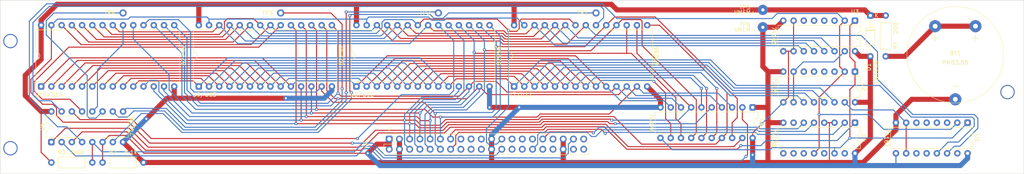
<source format=kicad_pcb>
(kicad_pcb (version 20221018) (generator pcbnew)
  (layers (0 "F.Cu" signal) (31 "B.Cu" signal) (34 "B.Paste" user) (35 "F.Paste" user) (36 "B.SilkS" user "B.Silkscreen") (37 "F.SilkS" user "F.Silkscreen") (38 "B.Mask" user) (39 "F.Mask" user) (44 "Edge.Cuts" user))
  (net 0 "")
  (net 1 "Net-(BT1-+)")
  (net 2 "GND")
  (net 3 "VMEM")
  (net 4 "VBUS")
  (net 5 "/AD0")
  (net 6 "/AD1")
  (net 7 "/AD2")
  (net 8 "/AD3")
  (net 9 "/AD4")
  (net 10 "/AD5")
  (net 11 "/AD6")
  (net 12 "/AD7")
  (net 13 "/A8")
  (net 14 "/A9")
  (net 15 "/A10")
  (net 16 "/A11")
  (net 17 "/A12")
  (net 18 "/A13")
  (net 19 "/A14")
  (net 20 "/A15")
  (net 21 "/~{RD}")
  (net 22 "/~{WR}")
  (net 23 "/IO{slash}~{M}")
  (net 24 "/S0")
  (net 25 "/~{ALE}")
  (net 26 "/S1")
  (net 27 "/CLK")
  (net 28 "/Y0")
  (net 29 "/~{A}")
  (net 30 "/~{RESET}")
  (net 31 "/INTR")
  (net 32 "/INTA")
  (net 33 "/RAM_RST")
  (net 37 "/~{BANK1_0}")
  (net 38 "/~{BANK1_1}")
  (net 39 "/~{BANK1_2}")
  (net 40 "/~{BANK1_3}")
  (net 41 "Net-(U1-~{MR})")
  (net 42 "Net-(U1-CP)")
  (net 47 "Net-(U1-CEP)")
  (net 50 "Net-(U1-Q1)")
  (net 51 "Net-(U1-Q0)")
  (net 57 "Net-(U2-CEP)")
  (net 58 "Net-(U10/U14-A4)")
  (net 59 "Net-(U10/U14-A3)")
  (net 60 "Net-(U10/U14-A2)")
  (net 61 "Net-(U10/U14-A1)")
  (net 66 "Net-(U10/U14-A10)")
  (net 67 "Net-(U10/U14-A11)")
  (net 68 "Net-(U10/U14-A9)")
  (net 69 "Net-(U10/U14-A8)")
  (net 76 "Net-(U5-A0)")
  (net 77 "Net-(U5-A1)")
  (net 78 "Net-(U5-A2)")
  (net 79 "/~{BANK0_3}")
  (net 80 "/~{BANK0_2}")
  (net 81 "/~{BANK0_1}")
  (net 82 "/~{BANK0_0}")
  (net 83 "Net-(U10/U14-A7)")
  (net 84 "Net-(U10/U14-A14)")
  (net 85 "Net-(U10/U14-A12)")
  (net 86 "Net-(U10/U14-A6)")
  (net 87 "Net-(U10/U14-A5)")
  (footprint "000_LOCAL:R_Axial_DIN0207_L6.3mm_D2.5mm_P10.16mm_Horizontal" (layer "F.Cu") (at 34.29 123.19)
    (fp_text reference "R3")
    (fp_text value "240k")
  )
  (footprint "000_LOCAL:DIP-28_W15.24mm" (layer "F.Cu") (at 31.75 104.267 90)
    (fp_text reference "U10/U14")
    (fp_text value "62256")
  )
  (footprint "000_LOCAL:TP_THT" (layer "F.Cu") (at 169.418 85.979 180)
    (fp_text reference "TP1")
    (fp_text value "U11_~{CS}")
  )
  (footprint "000_LOCAL:DIP-16_W7.62mm" (layer "F.Cu") (at 233.68 87.884 -90)
    (fp_text reference "U3")
    (fp_text value "74161")
  )
  (footprint "000_LOCAL:TP_THT_pwr" (layer "F.Cu") (at 210.82 89.535)
    (fp_text reference "TP6")
    (fp_text value "VMEM-")
  )
  (footprint "000_LOCAL:DIP-28_W15.24mm" (layer "F.Cu") (at 109.982 104.267 90)
    (fp_text reference "U8/U12")
    (fp_text value "62256")
  )
  (footprint "000_LOCAL:DIP-16_W7.62mm" (layer "F.Cu") (at 261.62 113.284 -90)
    (fp_text reference "U1")
    (fp_text value "74161")
  )
  (footprint "000_LOCAL:R_Axial_DIN0207_L6.3mm_D2.5mm_P10.16mm_Horizontal" (layer "F.Cu") (at 241.3 86.614 -90)
    (fp_text reference "R1")
    (fp_text value "200")
  )
  (footprint "000_LOCAL:DIP-28_W15.24mm" (layer "F.Cu") (at 149.098 104.267 90)
    (fp_text reference "U7/U11")
    (fp_text value "62256")
  )
  (footprint "000_LOCAL:DIP-16_W7.62mm" (layer "F.Cu") (at 233.68 113.284 -90)
    (fp_text reference "U4")
    (fp_text value "74138")
  )
  (footprint "000_LOCAL:D_DO-35_SOD27_P10.16mm_Horizontal" (layer "F.Cu") (at 237.49 86.614 -90)
    (fp_text reference "D1")
    (fp_text value "1N4148")
  )
  (footprint "000_LOCAL:PMB3.6B" (layer "F.Cu") (at 258.572 98.372 180)
    (fp_text reference "BT1")
    (fp_text value "PMB3.6B")
  )
  (footprint "000_LOCAL:TP_THT_pwr" (layer "F.Cu") (at 210.82 85.217)
    (fp_text reference "TP5")
    (fp_text value "VMEM+")
  )
  (footprint "000_LOCAL:R_Axial_DIN0207_L6.3mm_D2.5mm_P10.16mm_Horizontal" (layer "F.Cu") (at 46.99 123.19)
    (fp_text reference "R2")
    (fp_text value "5.1k")
  )
  (footprint "000_LOCAL:TP_THT" (layer "F.Cu") (at 130.302 85.979 180)
    (fp_text reference "TP2")
    (fp_text value "U12_~{CS}")
  )
  (footprint "000_LOCAL:TP_THT" (layer "F.Cu") (at 91.186 85.979 180)
    (fp_text reference "TP3")
    (fp_text value "U13_~{CS}")
  )
  (footprint "000_LOCAL:DIP-20_W7.62mm" (layer "F.Cu") (at 208.28 109.474 -90)
    (fp_text reference "U6")
    (fp_text value "74374")
  )
  (footprint "000_LOCAL:DIP-28_W15.24mm" (layer "F.Cu") (at 70.866 104.267 90)
    (fp_text reference "U9/U13")
    (fp_text value "62256")
  )
  (footprint "000_LOCAL:TP_THT" (layer "F.Cu") (at 52.07 85.979 180)
    (fp_text reference "TP4")
    (fp_text value "U14_~{CS}")
  )
  (footprint "000_LOCAL:DIP-16_W7.62mm" (layer "F.Cu") (at 233.68 100.584 -90)
    (fp_text reference "U2")
    (fp_text value "74161")
  )
  (footprint "000_LOCAL:IDC_to_board_2x20_flipped" (layer "F.Cu") (at 142.24 118.618 90)
    (fp_text reference "J1")
    (fp_text value "Conn_02x20_Odd_Even")
  )
  (footprint "000_LOCAL:DIP-16_W7.62mm" (layer "F.Cu") (at 34.29 118.11 90)
    (fp_text reference "U5")
    (fp_text value "74138")
  )
  (gr_rect (start 21.59 82.804) (end 275.59 125.984) (stroke (width 0.1)) (fill none) (layer "Edge.Cuts"))
  (via (at 24.13 92.964) (size 3.556) (drill 3.048) (layers "F.Cu" "B.Cu") (net 0))
  (via (at 271.526 105.664) (size 3.556) (drill 3.048) (layers "F.Cu" "B.Cu") (net 0))
  (via (at 24.13 119.634) (size 3.556) (drill 3.048) (layers "F.Cu" "B.Cu") (net 0))
  (segment (start 246.07 96.774) (end 253.572 89.272) (width 1.27) (layer "F.Cu") (net 1))
  (segment (start 241.3 96.774) (end 246.07 96.774) (width 1.27) (layer "F.Cu") (net 1))
  (segment (start 263.572 89.272) (end 253.572 89.272) (width 1.27) (layer "F.Cu") (net 1))
  (segment (start 215.9 113.284) (end 212.09 113.284) (width 1.27) (layer "F.Cu") (net 2))
  (segment (start 258.572 107.472) (end 247.747 107.472) (width 1.27) (layer "F.Cu") (net 2))
  (segment (start 208.28 109.474) (end 212.09 109.474) (width 1.27) (layer "F.Cu") (net 2))
  (segment (start 185.42 107.569) (end 185.42 109.474) (width 1.27) (layer "F.Cu") (net 2))
  (segment (start 228.6 113.284) (end 226.06 113.284) (width 0.254) (layer "F.Cu") (net 2))
  (segment (start 120.65 117.348) (end 120.65 119.888) (width 1.27) (layer "F.Cu") (net 2))
  (segment (start 57.8485 112.3315) (end 62.992 107.188) (width 1.27) (layer "F.Cu") (net 2))
  (segment (start 210.82 99.314) (end 210.82 89.535) (width 1.27) (layer "F.Cu") (net 2))
  (segment (start 143.002 109.474) (end 150.368 109.474) (width 1.27) (layer "F.Cu") (net 2))
  (segment (start 161.29 119.888) (end 161.29 117.348) (width 1.27) (layer "F.Cu") (net 2))
  (segment (start 143.51 119.888) (end 143.51 123.19) (width 1.27) (layer "F.Cu") (net 2))
  (segment (start 92.456 107.188) (end 64.77 107.188) (width 1.27) (layer "F.Cu") (net 2))
  (segment (start 57.15 123.19) (end 52.07 118.11) (width 1.27) (layer "F.Cu") (net 2))
  (segment (start 143.51 123.19) (end 120.65 123.19) (width 1.27) (layer "F.Cu") (net 2))
  (segment (start 212.09 123.19) (end 212.09 100.584) (width 1.27) (layer "F.Cu") (net 2))
  (segment (start 210.82 89.535) (end 214.249 89.535) (width 1.27) (layer "F.Cu") (net 2))
  (segment (start 182.118 104.267) (end 185.42 107.569) (width 1.27) (layer "F.Cu") (net 2))
  (segment (start 64.77 104.267) (end 64.77 107.188) (width 1.27) (layer "F.Cu") (net 2))
  (segment (start 120.65 119.888) (end 120.65 123.19) (width 1.27) (layer "F.Cu") (net 2))
  (segment (start 227.33 123.19) (end 212.09 123.19) (width 1.27) (layer "F.Cu") (net 2))
  (segment (start 243.84 115.062) (end 235.712 123.19) (width 1.27) (layer "F.Cu") (net 2))
  (segment (start 227.33 113.284) (end 227.33 123.19) (width 0.254) (layer "F.Cu") (net 2))
  (segment (start 161.29 123.19) (end 161.29 119.888) (width 1.27) (layer "F.Cu") (net 2))
  (segment (start 235.712 123.19) (end 227.33 123.19) (width 1.27) (layer "F.Cu") (net 2))
  (segment (start 212.09 123.19) (end 161.29 123.19) (width 1.27) (layer "F.Cu") (net 2))
  (segment (start 243.84 111.379) (end 243.84 115.062) (width 1.27) (layer "F.Cu") (net 2))
  (segment (start 161.29 123.19) (end 143.51 123.19) (width 1.27) (layer "F.Cu") (net 2))
  (segment (start 214.249 89.535) (end 215.9 87.884) (width 1.27) (layer "F.Cu") (net 2))
  (segment (start 143.51 117.348) (end 143.51 119.888) (width 1.27) (layer "F.Cu") (net 2))
  (segment (start 247.747 107.472) (end 243.84 111.379) (width 1.27) (layer "F.Cu") (net 2))
  (segment (start 215.9 100.584) (end 212.09 100.584) (width 1.27) (layer "F.Cu") (net 2))
  (segment (start 62.992 107.188) (end 64.77 107.188) (width 1.27) (layer "F.Cu") (net 2))
  (segment (start 120.65 123.19) (end 57.15 123.19) (width 1.27) (layer "F.Cu") (net 2))
  (segment (start 212.09 100.584) (end 210.82 99.314) (width 1.27) (layer "F.Cu") (net 2))
  (via (at 150.368 109.474) (size 1.27) (drill 0.508) (layers "F.Cu" "B.Cu") (net 2))
  (via (at 92.456 107.188) (size 1.27) (drill 0.508) (layers "F.Cu" "B.Cu") (net 2))
  (via (at 143.002 109.474) (size 1.27) (drill 0.508) (layers "F.Cu" "B.Cu") (net 2))
  (via (at 57.8485 112.3315) (size 1.27) (drill 0.508) (layers "F.Cu" "B.Cu") (net 2))
  (segment (start 185.42 109.474) (end 150.368 109.474) (width 1.27) (layer "B.Cu") (net 2))
  (segment (start 103.886 105.283) (end 103.886 104.267) (width 1.27) (layer "B.Cu") (net 2))
  (segment (start 101.981 107.188) (end 103.886 105.283) (width 1.27) (layer "B.Cu") (net 2))
  (segment (start 143.51 116.332) (end 143.51 117.348) (width 1.27) (layer "B.Cu") (net 2))
  (segment (start 150.368 109.474) (end 143.51 116.332) (width 1.27) (layer "B.Cu") (net 2))
  (segment (start 143.002 109.474) (end 143.002 104.267) (width 1.27) (layer "B.Cu") (net 2))
  (segment (start 57.8485 112.3315) (end 52.07 118.11) (width 1.27) (layer "B.Cu") (net 2))
  (segment (start 92.456 107.188) (end 101.981 107.188) (width 1.27) (layer "B.Cu") (net 2))
  (segment (start 149.098 89.027) (end 149.098 83.82) (width 1.27) (layer "F.Cu") (net 3))
  (segment (start 31.75 110.49) (end 27.813 106.553) (width 1.27) (layer "F.Cu") (net 3))
  (segment (start 31.75 87.757) (end 31.75 89.027) (width 1.27) (layer "F.Cu") (net 3))
  (segment (start 241.3 86.614) (end 237.49 86.614) (width 1.27) (layer "F.Cu") (net 3))
  (segment (start 27.813 106.553) (end 27.813 101.473) (width 1.27) (layer "F.Cu") (net 3))
  (segment (start 173.228 83.82) (end 174.625 85.217) (width 1.27) (layer "F.Cu") (net 3))
  (segment (start 27.813 101.473) (end 31.75 97.536) (width 1.27) (layer "F.Cu") (net 3))
  (segment (start 35.687 83.82) (end 31.75 87.757) (width 1.27) (layer "F.Cu") (net 3))
  (segment (start 31.75 110.49) (end 34.29 110.49) (width 1.27) (layer "F.Cu") (net 3))
  (segment (start 70.866 83.82) (end 35.687 83.82) (width 1.27) (layer "F.Cu") (net 3))
  (segment (start 70.866 89.027) (end 70.866 83.82) (width 1.27) (layer "F.Cu") (net 3))
  (segment (start 149.098 83.82) (end 173.228 83.82) (width 1.27) (layer "F.Cu") (net 3))
  (segment (start 31.75 120.65) (end 34.29 123.19) (width 0.254) (layer "F.Cu") (net 3))
  (segment (start 149.098 83.82) (end 109.982 83.82) (width 1.27) (layer "F.Cu") (net 3))
  (segment (start 236.093 85.217) (end 237.49 86.614) (width 1.27) (layer "F.Cu") (net 3))
  (segment (start 174.625 85.217) (end 236.093 85.217) (width 1.27) (layer "F.Cu") (net 3))
  (segment (start 109.982 83.82) (end 70.866 83.82) (width 1.27) (layer "F.Cu") (net 3))
  (segment (start 109.982 89.027) (end 109.982 83.82) (width 1.27) (layer "F.Cu") (net 3))
  (segment (start 31.75 97.536) (end 31.75 89.027) (width 1.27) (layer "F.Cu") (net 3))
  (segment (start 31.75 110.49) (end 31.75 120.65) (width 0.254) (layer "F.Cu") (net 3))
  (segment (start 237.49 117.094) (end 233.68 120.904) (width 1.27) (layer "F.Cu") (net 4))
  (segment (start 46.99 118.11) (end 46.99 123.19) (width 0.254) (layer "F.Cu") (net 4))
  (segment (start 237.49 96.774) (end 234.95 96.774) (width 1.27) (layer "F.Cu") (net 4))
  (segment (start 218.44 95.504) (end 218.44 87.884) (width 0.254) (layer "F.Cu") (net 4))
  (segment (start 234.95 96.774) (end 233.68 95.504) (width 1.27) (layer "F.Cu") (net 4))
  (segment (start 208.28 117.094) (end 208.28 121.285) (width 1.27) (layer "F.Cu") (net 4))
  (segment (start 48.641 116.459) (end 46.99 118.11) (width 0.254) (layer "F.Cu") (net 4))
  (segment (start 115.062 118.618) (end 118.11 118.618) (width 1.27) (layer "F.Cu") (net 4))
  (segment (start 217.17 106.934) (end 215.9 108.204) (width 0.254) (layer "F.Cu") (net 4))
  (segment (start 208.28 115.824) (end 208.28 117.094) (width 0.254) (layer "F.Cu") (net 4))
  (segment (start 112.776 120.904) (end 115.062 118.618) (width 1.27) (layer "F.Cu") (net 4))
  (segment (start 215.9 95.504) (end 218.44 95.504) (width 0.254) (layer "F.Cu") (net 4))
  (segment (start 57.277 120.904) (end 52.832 116.459) (width 0.254) (layer "F.Cu") (net 4))
  (segment (start 237.49 96.774) (end 237.49 117.094) (width 1.27) (layer "F.Cu") (net 4))
  (segment (start 233.68 108.204) (end 237.49 108.204) (width 1.27) (layer "F.Cu") (net 4))
  (segment (start 52.832 116.459) (end 48.641 116.459) (width 0.254) (layer "F.Cu") (net 4))
  (segment (start 210.439 113.665) (end 208.28 115.824) (width 0.254) (layer "F.Cu") (net 4))
  (segment (start 217.17 95.504) (end 217.17 106.934) (width 0.254) (layer "F.Cu") (net 4))
  (segment (start 118.11 119.888) (end 118.11 117.348) (width 1.27) (layer "F.Cu") (net 4))
  (segment (start 112.776 120.904) (end 57.277 120.904) (width 0.254) (layer "F.Cu") (net 4))
  (via (at 112.776 120.904) (size 1.27) (drill 0.508) (layers "F.Cu" "B.Cu") (net 4))
  (via (at 208.28 121.285) (size 1.27) (drill 0.508) (layers "F.Cu" "B.Cu") (net 4))
  (via (at 210.439 113.665) (size 0.762) (drill 0.3556) (layers "F.Cu" "B.Cu") (net 4))
  (segment (start 208.28 123.952) (end 208.28 121.285) (width 1.27) (layer "B.Cu") (net 4))
  (segment (start 115.824 123.952) (end 208.28 123.952) (width 1.27) (layer "B.Cu") (net 4))
  (segment (start 210.439 113.665) (end 215.9 108.204) (width 0.254) (layer "B.Cu") (net 4))
  (segment (start 259.842 123.952) (end 261.62 122.174) (width 1.27) (layer "B.Cu") (net 4))
  (segment (start 233.68 122.682) (end 233.68 123.952) (width 1.27) (layer "B.Cu") (net 4))
  (segment (start 261.62 122.174) (end 261.62 120.904) (width 1.27) (layer "B.Cu") (net 4))
  (segment (start 233.68 123.952) (end 208.28 123.952) (width 1.27) (layer "B.Cu") (net 4))
  (segment (start 112.776 120.904) (end 115.824 123.952) (width 1.27) (layer "B.Cu") (net 4))
  (segment (start 243.84 120.904) (end 243.84 123.952) (width 0.254) (layer "B.Cu") (net 4))
  (segment (start 243.84 123.952) (end 259.842 123.952) (width 1.27) (layer "B.Cu") (net 4))
  (segment (start 233.68 120.904) (end 233.68 122.682) (width 1.27) (layer "B.Cu") (net 4))
  (segment (start 243.84 123.952) (end 233.68 123.952) (width 1.27) (layer "B.Cu") (net 4))
  (segment (start 131.064 114.554) (end 132.461 113.157) (width 0.254) (layer "F.Cu") (net 5))
  (segment (start 155.321 113.157) (end 156.083 112.395) (width 0.254) (layer "F.Cu") (net 5))
  (segment (start 179.578 96.012) (end 179.578 89.027) (width 0.254) (layer "F.Cu") (net 5))
  (segment (start 193.04 109.474) (end 179.578 96.012) (width 0.254) (layer "F.Cu") (net 5))
  (segment (start 123.19 113.538) (end 124.5235 113.538) (width 0.254) (layer "F.Cu") (net 5))
  (segment (start 132.461 113.157) (end 155.321 113.157) (width 0.254) (layer "F.Cu") (net 5))
  (segment (start 94.996 113.538) (end 94.996 90.297) (width 0.254) (layer "F.Cu") (net 5))
  (segment (start 124.5235 113.538) (end 125.5395 114.554) (width 0.254) (layer "F.Cu") (net 5))
  (segment (start 94.996 90.297) (end 93.726 89.027) (width 0.254) (layer "F.Cu") (net 5))
  (segment (start 123.19 113.538) (end 94.996 113.538) (width 0.254) (layer "F.Cu") (net 5))
  (segment (start 173.101 112.395) (end 173.355 112.649) (width 0.254) (layer "F.Cu") (net 5))
  (segment (start 156.083 112.395) (end 173.101 112.395) (width 0.254) (layer "F.Cu") (net 5))
  (segment (start 125.5395 114.554) (end 131.064 114.554) (width 0.254) (layer "F.Cu") (net 5))
  (via (at 123.19 113.538) (size 0.762) (drill 0.3556) (layers "F.Cu" "B.Cu") (net 5))
  (via (at 173.355 112.649) (size 0.762) (drill 0.3556) (layers "F.Cu" "B.Cu") (net 5))
  (via (at 94.996 113.538) (size 0.762) (drill 0.3556) (layers "F.Cu" "B.Cu") (net 5))
  (segment (start 173.355 112.649) (end 189.865 112.649) (width 0.254) (layer "B.Cu") (net 5))
  (segment (start 67.818 113.538) (end 59.69 105.41) (width 0.254) (layer "B.Cu") (net 5))
  (segment (start 189.865 112.649) (end 193.04 109.474) (width 0.254) (layer "B.Cu") (net 5))
  (segment (start 126.619 107.569) (end 134.493 107.569) (width 0.254) (layer "B.Cu") (net 5))
  (segment (start 136.652 92.837) (end 132.842 89.027) (width 0.254) (layer "B.Cu") (net 5))
  (segment (start 94.996 113.538) (end 67.818 113.538) (width 0.254) (layer "B.Cu") (net 5))
  (segment (start 123.19 110.998) (end 126.619 107.569) (width 0.254) (layer "B.Cu") (net 5))
  (segment (start 134.493 107.569) (end 136.652 105.41) (width 0.254) (layer "B.Cu") (net 5))
  (segment (start 123.19 113.538) (end 123.19 110.998) (width 0.254) (layer "B.Cu") (net 5))
  (segment (start 123.19 113.538) (end 123.19 117.348) (width 0.254) (layer "B.Cu") (net 5))
  (segment (start 136.652 105.41) (end 136.652 92.837) (width 0.254) (layer "B.Cu") (net 5))
  (segment (start 59.69 105.41) (end 59.69 104.267) (width 0.254) (layer "B.Cu") (net 5))
  (segment (start 125.984 113.919) (end 130.683 113.919) (width 0.254) (layer "F.Cu") (net 6))
  (segment (start 155.829 111.76) (end 173.863 111.76) (width 0.254) (layer "F.Cu") (net 6))
  (segment (start 130.683 113.919) (end 132.08 112.522) (width 0.254) (layer "F.Cu") (net 6))
  (segment (start 155.067 112.522) (end 155.829 111.76) (width 0.254) (layer "F.Cu") (net 6))
  (segment (start 199.136 118.618) (end 200.66 117.094) (width 0.254) (layer "F.Cu") (net 6))
  (segment (start 180.721 118.618) (end 199.136 118.618) (width 0.254) (layer "F.Cu") (net 6))
  (segment (start 132.08 112.522) (end 155.067 112.522) (width 0.254) (layer "F.Cu") (net 6))
  (segment (start 173.863 111.76) (end 180.721 118.618) (width 0.254) (layer "F.Cu") (net 6))
  (segment (start 96.266 104.267) (end 96.266 112.649) (width 0.254) (layer "F.Cu") (net 6))
  (segment (start 124.714 112.649) (end 125.984 113.919) (width 0.254) (layer "F.Cu") (net 6))
  (segment (start 185.166 89.027) (end 201.93 105.791) (width 0.254) (layer "F.Cu") (net 6))
  (segment (start 121.92 112.649) (end 96.266 112.649) (width 0.254) (layer "F.Cu") (net 6))
  (segment (start 121.92 112.649) (end 124.714 112.649) (width 0.254) (layer "F.Cu") (net 6))
  (segment (start 201.93 115.824) (end 200.66 117.094) (width 0.254) (layer "F.Cu") (net 6))
  (segment (start 182.118 89.027) (end 185.166 89.027) (width 0.254) (layer "F.Cu") (net 6))
  (segment (start 201.93 105.791) (end 201.93 115.824) (width 0.254) (layer "F.Cu") (net 6))
  (via (at 96.266 112.649) (size 0.762) (drill 0.3556) (layers "F.Cu" "B.Cu") (net 6))
  (via (at 121.92 112.649) (size 0.762) (drill 0.3556) (layers "F.Cu" "B.Cu") (net 6))
  (segment (start 60.96 103.251) (end 60.452 102.743) (width 0.254) (layer "B.Cu") (net 6))
  (segment (start 121.92 118.618) (end 123.19 119.888) (width 0.254) (layer "B.Cu") (net 6))
  (segment (start 126.238 106.934) (end 133.858 106.934) (width 0.254) (layer "B.Cu") (net 6))
  (segment (start 60.452 102.743) (end 58.674 102.743) (width 0.254) (layer "B.Cu") (net 6))
  (segment (start 133.858 106.934) (end 135.382 105.41) (width 0.254) (layer "B.Cu") (net 6))
  (segment (start 96.266 112.649) (end 68.072 112.649) (width 0.254) (layer "B.Cu") (net 6))
  (segment (start 68.072 112.649) (end 60.96 105.537) (width 0.254) (layer "B.Cu") (net 6))
  (segment (start 121.92 111.252) (end 126.238 106.934) (width 0.254) (layer "B.Cu") (net 6))
  (segment (start 121.92 112.649) (end 121.92 111.252) (width 0.254) (layer "B.Cu") (net 6))
  (segment (start 121.92 112.649) (end 121.92 118.618) (width 0.254) (layer "B.Cu") (net 6))
  (segment (start 58.674 102.743) (end 57.15 104.267) (width 0.254) (layer "B.Cu") (net 6))
  (segment (start 135.382 105.41) (end 135.382 104.267) (width 0.254) (layer "B.Cu") (net 6))
  (segment (start 60.96 105.537) (end 60.96 103.251) (width 0.254) (layer "B.Cu") (net 6))
  (segment (start 190.5 113.538) (end 189.23 112.268) (width 0.254) (layer "F.Cu") (net 7))
  (segment (start 190.5 117.094) (end 190.5 113.538) (width 0.254) (layer "F.Cu") (net 7))
  (segment (start 139.192 95.758) (end 139.446 96.012) (width 0.254) (layer "F.Cu") (net 7))
  (segment (start 178.181 96.012) (end 177.038 96.012) (width 0.254) (layer "F.Cu") (net 7))
  (segment (start 125.73 110.871) (end 98.806 110.871) (width 0.254) (layer "F.Cu") (net 7))
  (segment (start 189.23 112.268) (end 189.23 107.061) (width 0.254) (layer "F.Cu") (net 7))
  (segment (start 177.038 96.012) (end 177.038 89.027) (width 0.254) (layer "F.Cu") (net 7))
  (segment (start 189.23 107.061) (end 178.181 96.012) (width 0.254) (layer "F.Cu") (net 7))
  (segment (start 139.446 96.012) (end 177.038 96.012) (width 0.254) (layer "F.Cu") (net 7))
  (segment (start 98.806 110.871) (end 98.806 104.267) (width 0.254) (layer "F.Cu") (net 7))
  (via (at 98.806 110.871) (size 0.762) (drill 0.3556) (layers "F.Cu" "B.Cu") (net 7))
  (via (at 125.73 110.871) (size 0.762) (drill 0.3556) (layers "F.Cu" "B.Cu") (net 7))
  (via (at 139.192 95.758) (size 0.762) (drill 0.3556) (layers "F.Cu" "B.Cu") (net 7))
  (segment (start 63.5 105.156) (end 69.215 110.871) (width 0.254) (layer "B.Cu") (net 7))
  (segment (start 139.192 92.837) (end 135.382 89.027) (width 0.254) (layer "B.Cu") (net 7))
  (segment (start 69.215 110.871) (end 98.806 110.871) (width 0.254) (layer "B.Cu") (net 7))
  (segment (start 54.61 92.456) (end 63.5 101.346) (width 0.254) (layer "B.Cu") (net 7))
  (segment (start 127.762 108.839) (end 125.73 110.871) (width 0.254) (layer "B.Cu") (net 7))
  (segment (start 63.5 101.346) (end 63.5 105.156) (width 0.254) (layer "B.Cu") (net 7))
  (segment (start 54.61 89.027) (end 54.61 92.456) (width 0.254) (layer "B.Cu") (net 7))
  (segment (start 139.192 95.758) (end 139.192 92.837) (width 0.254) (layer "B.Cu") (net 7))
  (segment (start 125.73 117.348) (end 125.73 110.871) (width 0.254) (layer "B.Cu") (net 7))
  (segment (start 139.192 105.537) (end 135.89 108.839) (width 0.254) (layer "B.Cu") (net 7))
  (segment (start 135.89 108.839) (end 127.762 108.839) (width 0.254) (layer "B.Cu") (net 7))
  (segment (start 139.192 95.758) (end 139.192 105.537) (width 0.254) (layer "B.Cu") (net 7))
  (segment (start 173.101 105.664) (end 174.498 104.267) (width 0.254) (layer "F.Cu") (net 8))
  (segment (start 144.653 102.997) (end 147.32 105.664) (width 0.254) (layer "F.Cu") (net 8))
  (segment (start 106.172 106.68) (end 135.509 106.68) (width 0.254) (layer "F.Cu") (net 8))
  (segment (start 147.32 105.664) (end 173.101 105.664) (width 0.254) (layer "F.Cu") (net 8))
  (segment (start 105.41 105.918) (end 106.172 106.68) (width 0.254) (layer "F.Cu") (net 8))
  (segment (start 105.41 90.551) (end 103.886 89.027) (width 0.254) (layer "F.Cu") (net 8))
  (segment (start 137.922 104.267) (end 139.192 102.997) (width 0.254) (layer "F.Cu") (net 8))
  (segment (start 105.41 105.918) (end 105.41 90.551) (width 0.254) (layer "F.Cu") (net 8))
  (segment (start 135.509 106.68) (end 137.922 104.267) (width 0.254) (layer "F.Cu") (net 8))
  (segment (start 139.192 102.997) (end 144.653 102.997) (width 0.254) (layer "F.Cu") (net 8))
  (via (at 105.41 105.918) (size 0.762) (drill 0.3556) (layers "F.Cu" "B.Cu") (net 8))
  (segment (start 102.87 108.458) (end 71.247 108.458) (width 0.254) (layer "B.Cu") (net 8))
  (segment (start 124.46 110.744) (end 127 108.204) (width 0.254) (layer "B.Cu") (net 8))
  (segment (start 71.247 108.458) (end 67.945 105.156) (width 0.254) (layer "B.Cu") (net 8))
  (segment (start 67.945 105.156) (end 67.945 92.202) (width 0.254) (layer "B.Cu") (net 8))
  (segment (start 177.419 107.188) (end 174.498 104.267) (width 0.254) (layer "B.Cu") (net 8))
  (segment (start 137.922 105.537) (end 137.922 104.267) (width 0.254) (layer "B.Cu") (net 8))
  (segment (start 124.46 118.618) (end 124.46 110.744) (width 0.254) (layer "B.Cu") (net 8))
  (segment (start 190.5 109.474) (end 188.214 107.188) (width 0.254) (layer "B.Cu") (net 8))
  (segment (start 188.214 107.188) (end 177.419 107.188) (width 0.254) (layer "B.Cu") (net 8))
  (segment (start 135.255 108.204) (end 137.922 105.537) (width 0.254) (layer "B.Cu") (net 8))
  (segment (start 67.945 92.202) (end 64.77 89.027) (width 0.254) (layer "B.Cu") (net 8))
  (segment (start 105.41 105.918) (end 102.87 108.458) (width 0.254) (layer "B.Cu") (net 8))
  (segment (start 127 108.204) (end 135.255 108.204) (width 0.254) (layer "B.Cu") (net 8))
  (segment (start 125.73 119.888) (end 124.46 118.618) (width 0.254) (layer "B.Cu") (net 8))
  (segment (start 175.895 87.63) (end 174.498 89.027) (width 0.254) (layer "F.Cu") (net 9))
  (segment (start 141.986 95.377) (end 168.148 95.377) (width 0.254) (layer "F.Cu") (net 9))
  (segment (start 180.467 87.63) (end 175.895 87.63) (width 0.254) (layer "F.Cu") (net 9))
  (segment (start 124.968 111.76) (end 97.536 111.76) (width 0.254) (layer "F.Cu") (net 9))
  (segment (start 194.31 115.824) (end 194.31 107.569) (width 0.254) (layer "F.Cu") (net 9))
  (segment (start 180.848 94.107) (end 180.848 88.011) (width 0.254) (layer "F.Cu") (net 9))
  (segment (start 193.04 117.094) (end 194.31 115.824) (width 0.254) (layer "F.Cu") (net 9))
  (segment (start 141.732 95.123) (end 141.986 95.377) (width 0.254) (layer "F.Cu") (net 9))
  (segment (start 97.536 90.297) (end 96.266 89.027) (width 0.254) (layer "F.Cu") (net 9))
  (segment (start 194.31 107.569) (end 180.848 94.107) (width 0.254) (layer "F.Cu") (net 9))
  (segment (start 180.848 88.011) (end 180.467 87.63) (width 0.254) (layer "F.Cu") (net 9))
  (segment (start 97.536 111.76) (end 97.536 90.297) (width 0.254) (layer "F.Cu") (net 9))
  (segment (start 128.27 112.776) (end 125.984 112.776) (width 0.254) (layer "F.Cu") (net 9))
  (segment (start 168.148 95.377) (end 174.498 89.027) (width 0.254) (layer "F.Cu") (net 9))
  (segment (start 125.984 112.776) (end 124.968 111.76) (width 0.254) (layer "F.Cu") (net 9))
  (via (at 128.27 112.776) (size 0.762) (drill 0.3556) (layers "F.Cu" "B.Cu") (net 9))
  (via (at 97.536 111.76) (size 0.762) (drill 0.3556) (layers "F.Cu" "B.Cu") (net 9))
  (via (at 141.732 95.123) (size 0.762) (drill 0.3556) (layers "F.Cu" "B.Cu") (net 9))
  (segment (start 68.58 111.76) (end 62.23 105.41) (width 0.254) (layer "B.Cu") (net 9))
  (segment (start 62.23 105.41) (end 62.23 104.267) (width 0.254) (layer "B.Cu") (net 9))
  (segment (start 129.159 110.109) (end 137.287 110.109) (width 0.254) (layer "B.Cu") (net 9))
  (segment (start 141.732 92.837) (end 137.922 89.027) (width 0.254) (layer "B.Cu") (net 9))
  (segment (start 97.536 111.76) (end 68.58 111.76) (width 0.254) (layer "B.Cu") (net 9))
  (segment (start 128.27 110.998) (end 129.159 110.109) (width 0.254) (layer "B.Cu") (net 9))
  (segment (start 128.27 117.348) (end 128.27 112.776) (width 0.254) (layer "B.Cu") (net 9))
  (segment (start 128.27 112.776) (end 128.27 110.998) (width 0.254) (layer "B.Cu") (net 9))
  (segment (start 137.287 110.109) (end 141.732 105.664) (width 0.254) (layer "B.Cu") (net 9))
  (segment (start 141.732 105.664) (end 141.732 92.837) (width 0.254) (layer "B.Cu") (net 9))
  (segment (start 102.616 90.297) (end 101.346 89.027) (width 0.254) (layer "F.Cu") (net 10))
  (segment (start 177.038 104.267) (end 175.006 106.299) (width 0.254) (layer "F.Cu") (net 10))
  (segment (start 142.494 106.299) (end 140.462 104.267) (width 0.254) (layer "F.Cu") (net 10))
  (segment (start 175.006 106.299) (end 142.494 106.299) (width 0.254) (layer "F.Cu") (net 10))
  (segment (start 137.414 107.315) (end 140.462 104.267) (width 0.254) (layer "F.Cu") (net 10))
  (segment (start 102.616 105.283) (end 102.616 90.297) (width 0.254) (layer "F.Cu") (net 10))
  (segment (start 105.41 107.315) (end 104.648 107.315) (width 0.254) (layer "F.Cu") (net 10))
  (segment (start 104.648 107.315) (end 102.616 105.283) (width 0.254) (layer "F.Cu") (net 10))
  (segment (start 105.41 107.315) (end 137.414 107.315) (width 0.254) (layer "F.Cu") (net 10))
  (via (at 105.41 107.315) (size 0.762) (drill 0.3556) (layers "F.Cu" "B.Cu") (net 10))
  (segment (start 140.462 105.537) (end 140.462 104.267) (width 0.254) (layer "B.Cu") (net 10))
  (segment (start 128.27 119.888) (end 127 118.618) (width 0.254) (layer "B.Cu") (net 10))
  (segment (start 136.525 109.474) (end 140.462 105.537) (width 0.254) (layer "B.Cu") (net 10))
  (segment (start 127 118.618) (end 127 111.252) (width 0.254) (layer "B.Cu") (net 10))
  (segment (start 103.632 109.093) (end 70.612 109.093) (width 0.254) (layer "B.Cu") (net 10))
  (segment (start 200.66 109.474) (end 197.739 106.553) (width 0.254) (layer "B.Cu") (net 10))
  (segment (start 67.31 94.107) (end 62.23 89.027) (width 0.254) (layer "B.Cu") (net 10))
  (segment (start 179.324 106.553) (end 177.038 104.267) (width 0.254) (layer "B.Cu") (net 10))
  (segment (start 197.739 106.553) (end 179.324 106.553) (width 0.254) (layer "B.Cu") (net 10))
  (segment (start 67.31 105.791) (end 67.31 94.107) (width 0.254) (layer "B.Cu") (net 10))
  (segment (start 127 111.252) (end 128.778 109.474) (width 0.254) (layer "B.Cu") (net 10))
  (segment (start 105.41 107.315) (end 103.632 109.093) (width 0.254) (layer "B.Cu") (net 10))
  (segment (start 70.612 109.093) (end 67.31 105.791) (width 0.254) (layer "B.Cu") (net 10))
  (segment (start 128.778 109.474) (end 136.525 109.474) (width 0.254) (layer "B.Cu") (net 10))
  (segment (start 155.575 111.125) (end 172.72 111.125) (width 0.254) (layer "F.Cu") (net 11))
  (segment (start 128.905 111.887) (end 127 109.982) (width 0.254) (layer "F.Cu") (net 11))
  (segment (start 154.813 111.887) (end 155.575 111.125) (width 0.254) (layer "F.Cu") (net 11))
  (segment (start 130.81 111.887) (end 128.905 111.887) (width 0.254) (layer "F.Cu") (net 11))
  (segment (start 127 109.982) (end 100.076 109.982) (width 0.254) (layer "F.Cu") (net 11))
  (segment (start 100.076 90.297) (end 98.806 89.027) (width 0.254) (layer "F.Cu") (net 11))
  (segment (start 130.81 111.887) (end 154.813 111.887) (width 0.254) (layer "F.Cu") (net 11))
  (segment (start 100.076 109.982) (end 100.076 90.297) (width 0.254) (layer "F.Cu") (net 11))
  (segment (start 172.72 111.125) (end 179.578 104.267) (width 0.254) (layer "F.Cu") (net 11))
  (via (at 130.81 111.887) (size 0.762) (drill 0.3556) (layers "F.Cu" "B.Cu") (net 11))
  (via (at 100.076 109.982) (size 0.762) (drill 0.3556) (layers "F.Cu" "B.Cu") (net 11))
  (segment (start 143.764 111.887) (end 145.669 109.982) (width 0.254) (layer "B.Cu") (net 11))
  (segment (start 70.104 109.982) (end 66.675 106.553) (width 0.254) (layer "B.Cu") (net 11))
  (segment (start 145.669 91.694) (end 143.002 89.027) (width 0.254) (layer "B.Cu") (net 11))
  (segment (start 145.669 109.982) (end 145.669 91.694) (width 0.254) (layer "B.Cu") (net 11))
  (segment (start 181.229 105.918) (end 179.578 104.267) (width 0.254) (layer "B.Cu") (net 11))
  (segment (start 66.675 96.012) (end 59.69 89.027) (width 0.254) (layer "B.Cu") (net 11))
  (segment (start 130.81 111.887) (end 130.81 117.348) (width 0.254) (layer "B.Cu") (net 11))
  (segment (start 100.076 109.982) (end 70.104 109.982) (width 0.254) (layer "B.Cu") (net 11))
  (segment (start 66.675 106.553) (end 66.675 96.012) (width 0.254) (layer "B.Cu") (net 11))
  (segment (start 199.644 105.918) (end 181.229 105.918) (width 0.254) (layer "B.Cu") (net 11))
  (segment (start 130.81 111.887) (end 143.764 111.887) (width 0.254) (layer "B.Cu") (net 11))
  (segment (start 203.2 109.474) (end 199.644 105.918) (width 0.254) (layer "B.Cu") (net 11))
  (segment (start 173.99 86.995) (end 184.15 86.995) (width 0.254) (layer "F.Cu") (net 12))
  (segment (start 203.2 113.284) (end 203.2 117.094) (width 0.254) (layer "F.Cu") (net 12))
  (segment (start 171.958 89.027) (end 173.99 86.995) (width 0.254) (layer "F.Cu") (net 12))
  (segment (start 166.624 94.361) (end 171.958 89.027) (width 0.254) (layer "F.Cu") (net 12))
  (segment (start 204.47 107.315) (end 204.47 112.014) (width 0.254) (layer "F.Cu") (net 12))
  (segment (start 104.14 108.204) (end 101.346 105.41) (width 0.254) (layer "F.Cu") (net 12))
  (segment (start 101.346 105.41) (end 101.346 104.267) (width 0.254) (layer "F.Cu") (net 12))
  (segment (start 129.54 110.998) (end 126.746 108.204) (width 0.254) (layer "F.Cu") (net 12))
  (segment (start 204.47 112.014) (end 203.2 113.284) (width 0.254) (layer "F.Cu") (net 12))
  (segment (start 184.15 86.995) (end 204.47 107.315) (width 0.254) (layer "F.Cu") (net 12))
  (segment (start 126.746 108.204) (end 104.14 108.204) (width 0.254) (layer "F.Cu") (net 12))
  (segment (start 144.653 94.361) (end 166.624 94.361) (width 0.254) (layer "F.Cu") (net 12))
  (via (at 144.653 94.361) (size 0.762) (drill 0.3556) (layers "F.Cu" "B.Cu") (net 12))
  (via (at 129.54 110.998) (size 0.762) (drill 0.3556) (layers "F.Cu" "B.Cu") (net 12))
  (segment (start 69.723 105.664) (end 99.949 105.664) (width 0.254) (layer "B.Cu") (net 12))
  (segment (start 68.834 104.775) (end 69.723 105.664) (width 0.254) (layer "B.Cu") (net 12))
  (segment (start 99.949 105.664) (end 101.346 104.267) (width 0.254) (layer "B.Cu") (net 12))
  (segment (start 58.547 87.63) (end 65.786 87.63) (width 0.254) (layer "B.Cu") (net 12))
  (segment (start 57.15 89.027) (end 58.547 87.63) (width 0.254) (layer "B.Cu") (net 12))
  (segment (start 68.834 90.678) (end 68.834 104.775) (width 0.254) (layer "B.Cu") (net 12))
  (segment (start 129.54 110.998) (end 129.794 110.744) (width 0.254) (layer "B.Cu") (net 12))
  (segment (start 129.54 118.618) (end 130.81 119.888) (width 0.254) (layer "B.Cu") (net 12))
  (segment (start 143.637 110.744) (end 144.653 109.728) (width 0.254) (layer "B.Cu") (net 12))
  (segment (start 144.653 93.218) (end 140.462 89.027) (width 0.254) (layer "B.Cu") (net 12))
  (segment (start 129.794 110.744) (end 143.637 110.744) (width 0.254) (layer "B.Cu") (net 12))
  (segment (start 144.653 109.728) (end 144.653 93.218) (width 0.254) (layer "B.Cu") (net 12))
  (segment (start 65.786 87.63) (end 68.834 90.678) (width 0.254) (layer "B.Cu") (net 12))
  (segment (start 129.54 110.998) (end 129.54 118.618) (width 0.254) (layer "B.Cu") (net 12))
  (segment (start 157.099 114.3) (end 156.337 115.062) (width 0.254) (layer "F.Cu") (net 13))
  (segment (start 204.47 119.888) (end 177.038 119.888) (width 0.254) (layer "F.Cu") (net 13))
  (segment (start 156.337 115.062) (end 134.493 115.062) (width 0.254) (layer "F.Cu") (net 13))
  (segment (start 177.038 119.888) (end 171.45 114.3) (width 0.254) (layer "F.Cu") (net 13))
  (segment (start 205.359 118.999) (end 204.47 119.888) (width 0.254) (layer "F.Cu") (net 13))
  (segment (start 134.493 115.062) (end 133.35 116.205) (width 0.254) (layer "F.Cu") (net 13))
  (segment (start 171.45 114.3) (end 157.099 114.3) (width 0.254) (layer "F.Cu") (net 13))
  (segment (start 133.35 116.205) (end 133.35 117.348) (width 0.254) (layer "F.Cu") (net 13))
  (via (at 205.359 118.999) (size 0.762) (drill 0.3556) (layers "F.Cu" "B.Cu") (net 13))
  (segment (start 210.312 118.999) (end 211.582 117.729) (width 0.254) (layer "B.Cu") (net 13))
  (segment (start 205.359 118.999) (end 210.312 118.999) (width 0.254) (layer "B.Cu") (net 13))
  (segment (start 211.582 117.729) (end 229.235 117.729) (width 0.254) (layer "B.Cu") (net 13))
  (segment (start 229.235 117.729) (end 233.68 113.284) (width 0.254) (layer "B.Cu") (net 13))
  (segment (start 157.48 114.935) (end 156.718 115.697) (width 0.254) (layer "F.Cu") (net 14))
  (segment (start 135.382 115.697) (end 134.62 116.459) (width 0.254) (layer "F.Cu") (net 14))
  (segment (start 170.688 114.935) (end 157.48 114.935) (width 0.254) (layer "F.Cu") (net 14))
  (segment (start 156.718 115.697) (end 135.382 115.697) (width 0.254) (layer "F.Cu") (net 14))
  (segment (start 134.62 118.618) (end 133.35 119.888) (width 0.254) (layer "F.Cu") (net 14))
  (segment (start 134.62 116.459) (end 134.62 118.618) (width 0.254) (layer "F.Cu") (net 14))
  (segment (start 171.704 115.951) (end 170.688 114.935) (width 0.254) (layer "F.Cu") (net 14))
  (via (at 171.704 115.951) (size 0.762) (drill 0.3556) (layers "F.Cu" "B.Cu") (net 14))
  (segment (start 209.042 115.697) (end 209.55 116.205) (width 0.254) (layer "B.Cu") (net 14))
  (segment (start 171.704 115.951) (end 171.958 115.697) (width 0.254) (layer "B.Cu") (net 14))
  (segment (start 228.219 116.205) (end 231.14 113.284) (width 0.254) (layer "B.Cu") (net 14))
  (segment (start 171.958 115.697) (end 209.042 115.697) (width 0.254) (layer "B.Cu") (net 14))
  (segment (start 209.55 116.205) (end 228.219 116.205) (width 0.254) (layer "B.Cu") (net 14))
  (segment (start 150.876 87.503) (end 162.814 87.503) (width 0.254) (layer "F.Cu") (net 21))
  (segment (start 147.955 90.551) (end 149.733 90.551) (width 0.254) (layer "F.Cu") (net 21))
  (segment (start 75.946 91.313) (end 77.216 90.043) (width 0.254) (layer "F.Cu") (net 21))
  (segment (start 77.216 90.043) (end 77.216 88.138) (width 0.254) (layer "F.Cu") (net 21))
  (segment (start 162.814 87.503) (end 164.338 89.027) (width 0.254) (layer "F.Cu") (net 21))
  (segment (start 147.701 90.297) (end 144.907 87.503) (width 0.254) (layer "F.Cu") (net 21))
  (segment (start 149.733 90.551) (end 150.368 89.916) (width 0.254) (layer "F.Cu") (net 21))
  (segment (start 147.701 90.297) (end 147.955 90.551) (width 0.254) (layer "F.Cu") (net 21))
  (segment (start 84.455 87.376) (end 86.106 89.027) (width 0.254) (layer "F.Cu") (net 21))
  (segment (start 150.368 89.916) (end 150.368 88.011) (width 0.254) (layer "F.Cu") (net 21))
  (segment (start 77.978 87.376) (end 84.455 87.376) (width 0.254) (layer "F.Cu") (net 21))
  (segment (start 46.99 89.027) (end 49.276 91.313) (width 0.254) (layer "F.Cu") (net 21))
  (segment (start 144.907 87.503) (end 126.746 87.503) (width 0.254) (layer "F.Cu") (net 21))
  (segment (start 126.746 87.503) (end 125.222 89.027) (width 0.254) (layer "F.Cu") (net 21))
  (segment (start 150.368 88.011) (end 150.876 87.503) (width 0.254) (layer "F.Cu") (net 21))
  (segment (start 49.276 91.313) (end 75.946 91.313) (width 0.254) (layer "F.Cu") (net 21))
  (segment (start 77.216 88.138) (end 77.978 87.376) (width 0.254) (layer "F.Cu") (net 21))
  (via (at 147.701 90.297) (size 0.762) (drill 0.3556) (layers "F.Cu" "B.Cu") (net 21))
  (segment (start 147.701 90.297) (end 147.701 109.347) (width 0.254) (layer "B.Cu") (net 21))
  (segment (start 142.24 118.11) (end 142.748 118.618) (width 0.254) (layer "B.Cu") (net 21))
  (segment (start 147.701 109.347) (end 142.24 114.808) (width 0.254) (layer "B.Cu") (net 21))
  (segment (start 144.78 118.618) (end 146.05 117.348) (width 0.254) (layer "B.Cu") (net 21))
  (segment (start 116.967 87.63) (end 123.825 87.63) (width 0.254) (layer "B.Cu") (net 21))
  (segment (start 123.825 87.63) (end 125.222 89.027) (width 0.254) (layer "B.Cu") (net 21))
  (segment (start 116.332 88.265) (end 116.967 87.63) (width 0.254) (layer "B.Cu") (net 21))
  (segment (start 116.332 89.662) (end 116.332 88.265) (width 0.254) (layer "B.Cu") (net 21))
  (segment (start 142.748 118.618) (end 144.78 118.618) (width 0.254) (layer "B.Cu") (net 21))
  (segment (start 114.935 91.059) (end 116.332 89.662) (width 0.254) (layer "B.Cu") (net 21))
  (segment (start 86.106 89.027) (end 88.138 91.059) (width 0.254) (layer "B.Cu") (net 21))
  (segment (start 142.24 114.808) (end 142.24 118.11) (width 0.254) (layer "B.Cu") (net 21))
  (segment (start 88.138 91.059) (end 114.935 91.059) (width 0.254) (layer "B.Cu") (net 21))
  (segment (start 29.21 102.489) (end 34.29 97.409) (width 0.254) (layer "F.Cu") (net 22))
  (segment (start 34.29 97.409) (end 34.29 89.027) (width 0.254) (layer "F.Cu") (net 22))
  (segment (start 58.674 118.364) (end 53.467 113.157) (width 0.254) (layer "F.Cu") (net 22))
  (segment (start 34.671 108.712) (end 32.131 108.712) (width 0.254) (layer "F.Cu") (net 22))
  (segment (start 35.56 111.506) (end 35.56 109.601) (width 0.254) (layer "F.Cu") (net 22))
  (segment (start 32.131 108.712) (end 29.21 105.791) (width 0.254) (layer "F.Cu") (net 22))
  (segment (start 108.966 118.364) (end 58.674 118.364) (width 0.254) (layer "F.Cu") (net 22))
  (segment (start 37.211 113.157) (end 35.56 111.506) (width 0.254) (layer "F.Cu") (net 22))
  (segment (start 35.56 109.601) (end 34.671 108.712) (width 0.254) (layer "F.Cu") (net 22))
  (segment (start 29.21 105.791) (end 29.21 102.489) (width 0.254) (layer "F.Cu") (net 22))
  (segment (start 53.467 113.157) (end 37.211 113.157) (width 0.254) (layer "F.Cu") (net 22))
  (via (at 108.966 118.364) (size 0.762) (drill 0.3556) (layers "F.Cu" "B.Cu") (net 22))
  (segment (start 35.814 87.503) (end 53.34 87.503) (width 0.254) (layer "B.Cu") (net 22))
  (segment (start 53.848 86.995) (end 72.898 86.995) (width 0.254) (layer "B.Cu") (net 22))
  (segment (start 114.046 118.364) (end 117.094 121.412) (width 0.254) (layer "B.Cu") (net 22))
  (segment (start 117.094 121.412) (end 144.526 121.412) (width 0.254) (layer "B.Cu") (net 22))
  (segment (start 73.406 89.027) (end 73.406 87.503) (width 0.254) (layer "B.Cu") (net 22))
  (segment (start 73.406 87.503) (end 112.522 87.503) (width 0.254) (layer "B.Cu") (net 22))
  (segment (start 144.526 121.412) (end 146.05 119.888) (width 0.254) (layer "B.Cu") (net 22))
  (segment (start 132.334 87.249) (end 149.86 87.249) (width 0.254) (layer "B.Cu") (net 22))
  (segment (start 127.889 86.995) (end 128.7018 87.8078) (width 0.254) (layer "B.Cu") (net 22))
  (segment (start 131.7752 87.8078) (end 132.334 87.249) (width 0.254) (layer "B.Cu") (net 22))
  (segment (start 112.522 89.027) (end 112.522 87.503) (width 0.254) (layer "B.Cu") (net 22))
  (segment (start 34.29 89.027) (end 35.814 87.503) (width 0.254) (layer "B.Cu") (net 22))
  (segment (start 108.966 118.364) (end 114.046 118.364) (width 0.254) (layer "B.Cu") (net 22))
  (segment (start 149.86 87.249) (end 151.638 89.027) (width 0.254) (layer "B.Cu") (net 22))
  (segment (start 113.03 86.995) (end 127.889 86.995) (width 0.254) (layer "B.Cu") (net 22))
  (segment (start 112.522 87.503) (end 113.03 86.995) (width 0.254) (layer "B.Cu") (net 22))
  (segment (start 128.7018 87.8078) (end 131.7752 87.8078) (width 0.254) (layer "B.Cu") (net 22))
  (segment (start 53.34 87.503) (end 53.848 86.995) (width 0.254) (layer "B.Cu") (net 22))
  (segment (start 72.898 86.995) (end 73.406 87.503) (width 0.254) (layer "B.Cu") (net 22))
  (segment (start 168.275 116.713) (end 169.3545 116.713) (width 0.254) (layer "B.Cu") (net 28))
  (segment (start 167.259 115.697) (end 168.275 116.713) (width 0.254) (layer "B.Cu") (net 28))
  (segment (start 155.575 115.697) (end 167.259 115.697) (width 0.254) (layer "B.Cu") (net 28))
  (segment (start 221.361 115.443) (end 223.52 113.284) (width 0.254) (layer "B.Cu") (net 28))
  (segment (start 209.423 115.062) (end 209.804 115.443) (width 0.254) (layer "B.Cu") (net 28))
  (segment (start 154.94 118.618) (end 154.94 116.332) (width 0.254) (layer "B.Cu") (net 28))
  (segment (start 209.804 115.443) (end 221.361 115.443) (width 0.254) (layer "B.Cu") (net 28))
  (segment (start 153.67 119.888) (end 154.94 118.618) (width 0.254) (layer "B.Cu") (net 28))
  (segment (start 154.94 116.332) (end 155.575 115.697) (width 0.254) (layer "B.Cu") (net 28))
  (segment (start 169.3545 116.713) (end 171.0055 115.062) (width 0.254) (layer "B.Cu") (net 28))
  (segment (start 171.0055 115.062) (end 209.423 115.062) (width 0.254) (layer "B.Cu") (net 28))
  (segment (start 168.529 115.57) (end 157.988 115.57) (width 0.254) (layer "F.Cu") (net 29))
  (segment (start 157.988 115.57) (end 156.21 117.348) (width 0.254) (layer "F.Cu") (net 29))
  (segment (start 168.783 115.824) (end 168.529 115.57) (width 0.254) (layer "F.Cu") (net 29))
  (via (at 168.783 115.824) (size 0.762) (drill 0.3556) (layers "F.Cu" "B.Cu") (net 29))
  (segment (start 170.18 114.427) (end 209.7405 114.427) (width 0.254) (layer "B.Cu") (net 29))
  (segment (start 168.783 115.824) (end 170.18 114.427) (width 0.254) (layer "B.Cu") (net 29))
  (segment (start 210.1215 114.808) (end 219.456 114.808) (width 0.254) (layer "B.Cu") (net 29))
  (segment (start 219.456 114.808) (end 220.98 113.284) (width 0.254) (layer "B.Cu") (net 29))
  (segment (start 209.7405 114.427) (end 210.1215 114.808) (width 0.254) (layer "B.Cu") (net 29))
  (segment (start 44.45 123.19) (end 44.45 118.11) (width 0.254) (layer "F.Cu") (net 33))
  (segment (start 162.56 118.618) (end 163.83 117.348) (width 0.254) (layer "B.Cu") (net 33))
  (segment (start 162.56 120.904) (end 162.56 118.618) (width 0.254) (layer "B.Cu") (net 33))
  (segment (start 44.45 118.11) (end 46.863 120.523) (width 0.254) (layer "B.Cu") (net 33))
  (segment (start 161.417 122.047) (end 162.56 120.904) (width 0.254) (layer "B.Cu") (net 33))
  (segment (start 110.871 119.126) (end 113.792 119.126) (width 0.254) (layer "B.Cu") (net 33))
  (segment (start 46.863 120.523) (end 109.474 120.523) (width 0.254) (layer "B.Cu") (net 33))
  (segment (start 116.713 122.047) (end 161.417 122.047) (width 0.254) (layer "B.Cu") (net 33))
  (segment (start 109.474 120.523) (end 110.871 119.126) (width 0.254) (layer "B.Cu") (net 33))
  (segment (start 113.792 119.126) (end 116.713 122.047) (width 0.254) (layer "B.Cu") (net 33))
  (segment (start 108.331 86.614) (end 108.331 105.41) (width 0.254) (layer "F.Cu") (net 37))
  (segment (start 108.331 105.41) (end 108.712 105.791) (width 0.254) (layer "F.Cu") (net 37))
  (via (at 108.331 86.614) (size 0.762) (drill 0.3556) (layers "F.Cu" "B.Cu") (net 37))
  (via (at 108.712 105.791) (size 0.762) (drill 0.3556) (layers "F.Cu" "B.Cu") (net 37))
  (segment (start 66.675 115.697) (end 61.976 110.998) (width 0.254) (layer "B.Cu") (net 37))
  (segment (start 132.842 85.979) (end 169.418 85.979) (width 0.254) (layer "B.Cu") (net 37))
  (segment (start 131.5212 87.2998) (end 132.842 85.979) (width 0.254) (layer "B.Cu") (net 37))
  (segment (start 129.2098 87.2998) (end 131.5212 87.2998) (width 0.254) (layer "B.Cu") (net 37))
  (segment (start 108.712 105.791) (end 108.712 107.442) (width 0.254) (layer "B.Cu") (net 37))
  (segment (start 108.331 86.614) (end 108.585 86.36) (width 0.254) (layer "B.Cu") (net 37))
  (segment (start 108.712 107.442) (end 100.457 115.697) (width 0.254) (layer "B.Cu") (net 37))
  (segment (start 61.976 110.998) (end 56.642 110.998) (width 0.254) (layer "B.Cu") (net 37))
  (segment (start 56.642 110.998) (end 49.53 118.11) (width 0.254) (layer "B.Cu") (net 37))
  (segment (start 128.27 86.36) (end 129.2098 87.2998) (width 0.254) (layer "B.Cu") (net 37))
  (segment (start 108.585 86.36) (end 128.27 86.36) (width 0.254) (layer "B.Cu") (net 37))
  (segment (start 100.457 115.697) (end 66.675 115.697) (width 0.254) (layer "B.Cu") (net 37))
  (segment (start 107.442 85.725) (end 107.442 105.791) (width 0.254) (layer "F.Cu") (net 38))
  (via (at 107.442 85.725) (size 0.762) (drill 0.3556) (layers "F.Cu" "B.Cu") (net 38))
  (via (at 107.442 105.791) (size 0.762) (drill 0.3556) (layers "F.Cu" "B.Cu") (net 38))
  (segment (start 67.056 115.062) (end 62.357 110.363) (width 0.254) (layer "B.Cu") (net 38))
  (segment (start 107.442 107.696) (end 100.076 115.062) (width 0.254) (layer "B.Cu") (net 38))
  (segment (start 54.737 110.363) (end 53.213 111.887) (width 0.254) (layer "B.Cu") (net 38))
  (segment (start 107.442 105.791) (end 107.442 107.696) (width 0.254) (layer "B.Cu") (net 38))
  (segment (start 107.442 85.725) (end 130.048 85.725) (width 0.254) (layer "B.Cu") (net 38))
  (segment (start 62.357 110.363) (end 54.737 110.363) (width 0.254) (layer "B.Cu") (net 38))
  (segment (start 50.927 111.887) (end 49.53 110.49) (width 0.254) (layer "B.Cu") (net 38))
  (segment (start 100.076 115.062) (end 67.056 115.062) (width 0.254) (layer "B.Cu") (net 38))
  (segment (start 53.213 111.887) (end 50.927 111.887) (width 0.254) (layer "B.Cu") (net 38))
  (segment (start 130.048 85.725) (end 130.302 85.979) (width 0.254) (layer "B.Cu") (net 38))
  (segment (start 103.632 85.979) (end 91.186 85.979) (width 0.254) (layer "F.Cu") (net 39))
  (segment (start 106.426 88.773) (end 103.632 85.979) (width 0.254) (layer "F.Cu") (net 39))
  (segment (start 106.426 104.775) (end 106.426 88.773) (width 0.254) (layer "F.Cu") (net 39))
  (via (at 106.426 104.775) (size 0.762) (drill 0.3556) (layers "F.Cu" "B.Cu") (net 39))
  (segment (start 67.5005 114.427) (end 62.8015 109.728) (width 0.254) (layer "B.Cu") (net 39))
  (segment (start 106.426 104.775) (end 106.426 107.696) (width 0.254) (layer "B.Cu") (net 39))
  (segment (start 106.426 107.696) (end 99.695 114.427) (width 0.254) (layer "B.Cu") (net 39))
  (segment (start 62.8015 109.728) (end 52.832 109.728) (width 0.254) (layer "B.Cu") (net 39))
  (segment (start 99.695 114.427) (end 67.5005 114.427) (width 0.254) (layer "B.Cu") (net 39))
  (segment (start 52.832 109.728) (end 52.07 110.49) (width 0.254) (layer "B.Cu") (net 39))
  (segment (start 43.18 101.6) (end 33.02 91.44) (width 0.254) (layer "B.Cu") (net 40))
  (segment (start 33.02 91.44) (end 33.02 87.884) (width 0.254) (layer "B.Cu") (net 40))
  (segment (start 46.99 110.49) (end 45.339 112.141) (width 0.254) (layer "B.Cu") (net 40))
  (segment (start 43.18 111.633) (end 43.18 101.6) (width 0.254) (layer "B.Cu") (net 40))
  (segment (start 34.925 85.979) (end 52.07 85.979) (width 0.254) (layer "B.Cu") (net 40))
  (segment (start 45.339 112.141) (end 43.688 112.141) (width 0.254) (layer "B.Cu") (net 40))
  (segment (start 43.688 112.141) (end 43.18 111.633) (width 0.254) (layer "B.Cu") (net 40))
  (segment (start 33.02 87.884) (end 34.925 85.979) (width 0.254) (layer "B.Cu") (net 40))
  (segment (start 232.41 96.901) (end 232.41 89.154) (width 0.254) (layer "F.Cu") (net 41))
  (segment (start 232.41 117.094) (end 232.41 105.029) (width 0.254) (layer "F.Cu") (net 41))
  (segment (start 233.68 100.584) (end 233.68 98.171) (width 0.254) (layer "F.Cu") (net 41))
  (segment (start 232.41 105.029) (end 233.68 103.759) (width 0.254) (layer "F.Cu") (net 41))
  (segment (start 232.41 89.154) (end 233.68 87.884) (width 0.254) (layer "F.Cu") (net 41))
  (segment (start 233.68 98.171) (end 232.41 96.901) (width 0.254) (layer "F.Cu") (net 41))
  (segment (start 233.68 103.759) (end 233.68 100.584) (width 0.254) (layer "F.Cu") (net 41))
  (via (at 232.41 117.094) (size 0.762) (drill 0.3556) (layers "F.Cu" "B.Cu") (net 41))
  (segment (start 228.6 119.507) (end 229.997 119.507) (width 0.254) (layer "B.Cu") (net 41))
  (segment (start 229.997 119.507) (end 232.41 117.094) (width 0.254) (layer "B.Cu") (net 41))
  (segment (start 213.106 119.507) (end 228.6 119.507) (width 0.254) (layer "B.Cu") (net 41))
  (segment (start 185.42 117.094) (end 188.341 120.015) (width 0.254) (layer "B.Cu") (net 41))
  (segment (start 257.81 117.094) (end 261.62 113.284) (width 0.254) (layer "B.Cu") (net 41))
  (segment (start 232.41 117.094) (end 257.81 117.094) (width 0.254) (layer "B.Cu") (net 41))
  (segment (start 212.598 120.015) (end 213.106 119.507) (width 0.254) (layer "B.Cu") (net 41))
  (segment (start 188.341 120.015) (end 212.598 120.015) (width 0.254) (layer "B.Cu") (net 41))
  (segment (start 228.6 119.507) (end 228.6 120.904) (width 0.254) (layer "B.Cu") (net 41))
  (segment (start 229.87 99.314) (end 229.87 89.154) (width 0.254) (layer "F.Cu") (net 42))
  (segment (start 224.79 106.934) (end 231.14 100.584) (width 0.254) (layer "F.Cu") (net 42))
  (segment (start 229.87 89.154) (end 231.14 87.884) (width 0.254) (layer "F.Cu") (net 42))
  (segment (start 224.79 111.252) (end 224.79 119.634) (width 0.254) (layer "F.Cu") (net 42))
  (segment (start 231.14 100.584) (end 229.87 99.314) (width 0.254) (layer "F.Cu") (net 42))
  (segment (start 224.79 111.252) (end 224.79 106.934) (width 0.254) (layer "F.Cu") (net 42))
  (segment (start 224.79 119.634) (end 223.52 120.904) (width 0.254) (layer "F.Cu") (net 42))
  (via (at 224.79 111.252) (size 0.762) (drill 0.3556) (layers "F.Cu" "B.Cu") (net 42))
  (segment (start 174.625 87.376) (end 213.106 87.376) (width 0.254) (layer "B.Cu") (net 42))
  (segment (start 170.942 83.693) (end 174.625 87.376) (width 0.254) (layer "B.Cu") (net 42))
  (segment (start 41.91 118.11) (end 38.1 114.3) (width 0.254) (layer "B.Cu") (net 42))
  (segment (start 28.829 88.011) (end 33.147 83.693) (width 0.254) (layer "B.Cu") (net 42))
  (segment (start 33.147 83.693) (end 170.942 83.693) (width 0.254) (layer "B.Cu") (net 42))
  (segment (start 213.106 87.376) (end 214.376 86.106) (width 0.254) (layer "B.Cu") (net 42))
  (segment (start 38.1 114.3) (end 35.814 114.3) (width 0.254) (layer "B.Cu") (net 42))
  (segment (start 229.362 86.106) (end 231.14 87.884) (width 0.254) (layer "B.Cu") (net 42))
  (segment (start 257.429 114.935) (end 259.08 113.284) (width 0.254) (layer "B.Cu") (net 42))
  (segment (start 214.376 86.106) (end 229.362 86.106) (width 0.254) (layer "B.Cu") (net 42))
  (segment (start 224.79 111.252) (end 237.109 111.252) (width 0.254) (layer "B.Cu") (net 42))
  (segment (start 240.792 114.935) (end 257.429 114.935) (width 0.254) (layer "B.Cu") (net 42))
  (segment (start 237.109 111.252) (end 240.792 114.935) (width 0.254) (layer "B.Cu") (net 42))
  (segment (start 35.814 114.3) (end 28.829 107.315) (width 0.254) (layer "B.Cu") (net 42))
  (segment (start 28.829 107.315) (end 28.829 88.011) (width 0.254) (layer "B.Cu") (net 42))
  (segment (start 246.38 120.904) (end 246.38 113.284) (width 0.254) (layer "F.Cu") (net 47))
  (segment (start 233.045 110.109) (end 231.14 108.204) (width 0.254) (layer "B.Cu") (net 47))
  (segment (start 243.205 110.109) (end 233.045 110.109) (width 0.254) (layer "B.Cu") (net 47))
  (segment (start 246.38 113.284) (end 243.205 110.109) (width 0.254) (layer "B.Cu") (net 47))
  (segment (start 56.007 102.87) (end 54.61 104.267) (width 0.254) (layer "F.Cu") (net 50))
  (segment (start 70.866 104.267) (end 69.469 102.87) (width 0.254) (layer "F.Cu") (net 50))
  (segment (start 149.098 104.267) (end 147.193 102.362) (width 0.254) (layer "F.Cu") (net 50))
  (segment (start 134.747 102.362) (end 132.842 104.267) (width 0.254) (layer "F.Cu") (net 50))
  (segment (start 147.193 102.362) (end 134.747 102.362) (width 0.254) (layer "F.Cu") (net 50))
  (segment (start 69.469 102.87) (end 56.007 102.87) (width 0.254) (layer "F.Cu") (net 50))
  (segment (start 263.271 114.173) (end 263.271 112.395) (width 0.254) (layer "B.Cu") (net 50))
  (segment (start 254 120.904) (end 256.794 118.11) (width 0.254) (layer "B.Cu") (net 50))
  (segment (start 197.866 97.663) (end 155.702 97.663) (width 0.254) (layer "B.Cu") (net 50))
  (segment (start 155.702 97.663) (end 149.098 104.267) (width 0.254) (layer "B.Cu") (net 50))
  (segment (start 125.73 97.155) (end 77.978 97.155) (width 0.254) (layer "B.Cu") (net 50))
  (segment (start 239.776 104.013) (end 204.216 104.013) (width 0.254) (layer "B.Cu") (net 50))
  (segment (start 247.65 111.887) (end 239.776 104.013) (width 0.254) (layer "B.Cu") (net 50))
  (segment (start 132.842 104.267) (end 125.73 97.155) (width 0.254) (layer "B.Cu") (net 50))
  (segment (start 262.763 111.887) (end 247.65 111.887) (width 0.254) (layer "B.Cu") (net 50))
  (segment (start 204.216 104.013) (end 197.866 97.663) (width 0.254) (layer "B.Cu") (net 50))
  (segment (start 259.334 118.11) (end 263.271 114.173) (width 0.254) (layer "B.Cu") (net 50))
  (segment (start 256.794 118.11) (end 259.334 118.11) (width 0.254) (layer "B.Cu") (net 50))
  (segment (start 263.271 112.395) (end 262.763 111.887) (width 0.254) (layer "B.Cu") (net 50))
  (segment (start 77.978 97.155) (end 70.866 104.267) (width 0.254) (layer "B.Cu") (net 50))
  (segment (start 41.656 93.853) (end 83.82 93.853) (width 0.254) (layer "F.Cu") (net 51))
  (segment (start 83.82 93.853) (end 88.646 89.027) (width 0.254) (layer "F.Cu") (net 51))
  (segment (start 166.878 89.027) (end 162.179 93.726) (width 0.254) (layer "F.Cu") (net 51))
  (segment (start 118.999 92.964) (end 115.062 89.027) (width 0.254) (layer "F.Cu") (net 51))
  (segment (start 162.179 93.726) (end 146.304 93.726) (width 0.254) (layer "F.Cu") (net 51))
  (segment (start 36.83 89.027) (end 41.656 93.853) (width 0.254) (layer "F.Cu") (net 51))
  (segment (start 145.542 92.964) (end 118.999 92.964) (width 0.254) (layer "F.Cu") (net 51))
  (segment (start 146.304 93.726) (end 145.542 92.964) (width 0.254) (layer "F.Cu") (net 51))
  (segment (start 263.271 111.252) (end 248.031 111.252) (width 0.254) (layer "B.Cu") (net 51))
  (segment (start 248.031 111.252) (end 239.268 102.489) (width 0.254) (layer "B.Cu") (net 51))
  (segment (start 115.062 89.027) (end 113.665 90.424) (width 0.254) (layer "B.Cu") (net 51))
  (segment (start 258.318 119.126) (end 259.715 119.126) (width 0.254) (layer "B.Cu") (net 51))
  (segment (start 90.043 90.424) (end 88.646 89.027) (width 0.254) (layer "B.Cu") (net 51))
  (segment (start 239.268 95.631) (end 235.204 91.567) (width 0.254) (layer "B.Cu") (net 51))
  (segment (start 169.418 91.567) (end 166.878 89.027) (width 0.254) (layer "B.Cu") (net 51))
  (segment (start 259.715 119.126) (end 264.16 114.681) (width 0.254) (layer "B.Cu") (net 51))
  (segment (start 113.665 90.424) (end 90.043 90.424) (width 0.254) (layer "B.Cu") (net 51))
  (segment (start 264.16 112.141) (end 263.271 111.252) (width 0.254) (layer "B.Cu") (net 51))
  (segment (start 264.16 114.681) (end 264.16 112.141) (width 0.254) (layer "B.Cu") (net 51))
  (segment (start 235.204 91.567) (end 169.418 91.567) (width 0.254) (layer "B.Cu") (net 51))
  (segment (start 256.54 120.904) (end 258.318 119.126) (width 0.254) (layer "B.Cu") (net 51))
  (segment (start 239.268 102.489) (end 239.268 95.631) (width 0.254) (layer "B.Cu") (net 51))
  (segment (start 218.44 108.204) (end 218.44 100.584) (width 0.254) (layer "F.Cu") (net 57))
  (segment (start 228.473 98.171) (end 220.853 98.171) (width 0.254) (layer "B.Cu") (net 57))
  (segment (start 220.853 98.171) (end 218.44 100.584) (width 0.254) (layer "B.Cu") (net 57))
  (segment (start 231.14 95.504) (end 228.473 98.171) (width 0.254) (layer "B.Cu") (net 57))
  (segment (start 81.026 104.267) (end 77.089 100.33) (width 0.254) (layer "F.Cu") (net 58))
  (segment (start 159.258 104.267) (end 154.813 99.822) (width 0.254) (layer "F.Cu") (net 58))
  (segment (start 127.127 99.822) (end 122.682 104.267) (width 0.254) (layer "F.Cu") (net 58))
  (segment (start 77.089 100.33) (end 48.387 100.33) (width 0.254) (layer "F.Cu") (net 58))
  (segment (start 48.387 100.33) (end 44.45 104.267) (width 0.254) (layer "F.Cu") (net 58))
  (segment (start 154.813 99.822) (end 127.127 99.822) (width 0.254) (layer "F.Cu") (net 58))
  (segment (start 85.598 99.695) (end 81.026 104.267) (width 0.254) (layer "B.Cu") (net 58))
  (segment (start 219.329 106.553) (end 202.692 106.553) (width 0.254) (layer "B.Cu") (net 58))
  (segment (start 202.692 106.553) (end 196.342 100.203) (width 0.254) (layer "B.Cu") (net 58))
  (segment (start 118.11 99.695) (end 85.598 99.695) (width 0.254) (layer "B.Cu") (net 58))
  (segment (start 220.98 108.204) (end 219.329 106.553) (width 0.254) (layer "B.Cu") (net 58))
  (segment (start 122.682 104.267) (end 118.11 99.695) (width 0.254) (layer "B.Cu") (net 58))
  (segment (start 163.322 100.203) (end 159.258 104.267) (width 0.254) (layer "B.Cu") (net 58))
  (segment (start 196.342 100.203) (end 163.322 100.203) (width 0.254) (layer "B.Cu") (net 58))
  (segment (start 156.718 104.267) (end 152.908 100.457) (width 0.254) (layer "F.Cu") (net 59))
  (segment (start 50.292 100.965) (end 46.99 104.267) (width 0.254) (layer "F.Cu") (net 59))
  (segment (start 129.032 100.457) (end 125.222 104.267) (width 0.254) (layer "F.Cu") (net 59))
  (segment (start 78.486 104.267) (end 75.184 100.965) (width 0.254) (layer "F.Cu") (net 59))
  (segment (start 152.908 100.457) (end 129.032 100.457) (width 0.254) (layer "F.Cu") (net 59))
  (segment (start 75.184 100.965) (end 50.292 100.965) (width 0.254) (layer "F.Cu") (net 59))
  (segment (start 223.52 108.204) (end 221.234 105.918) (width 0.254) (layer "B.Cu") (net 59))
  (segment (start 83.693 99.06) (end 78.486 104.267) (width 0.254) (layer "B.Cu") (net 59))
  (segment (start 196.596 99.568) (end 161.417 99.568) (width 0.254) (layer "B.Cu") (net 59))
  (segment (start 202.946 105.918) (end 196.596 99.568) (width 0.254) (layer "B.Cu") (net 59))
  (segment (start 221.234 105.918) (end 202.946 105.918) (width 0.254) (layer "B.Cu") (net 59))
  (segment (start 161.417 99.568) (end 156.718 104.267) (width 0.254) (layer "B.Cu") (net 59))
  (segment (start 125.222 104.267) (end 120.015 99.06) (width 0.254) (layer "B.Cu") (net 59))
  (segment (start 120.015 99.06) (end 83.693 99.06) (width 0.254) (layer "B.Cu") (net 59))
  (segment (start 52.197 101.6) (end 49.53 104.267) (width 0.254) (layer "F.Cu") (net 60))
  (segment (start 154.178 104.267) (end 151.003 101.092) (width 0.254) (layer "F.Cu") (net 60))
  (segment (start 130.937 101.092) (end 127.762 104.267) (width 0.254) (layer "F.Cu") (net 60))
  (segment (start 151.003 101.092) (end 130.937 101.092) (width 0.254) (layer "F.Cu") (net 60))
  (segment (start 73.279 101.6) (end 52.197 101.6) (width 0.254) (layer "F.Cu") (net 60))
  (segment (start 75.946 104.267) (end 73.279 101.6) (width 0.254) (layer "F.Cu") (net 60))
  (segment (start 223.139 105.283) (end 203.327 105.283) (width 0.254) (layer "B.Cu") (net 60))
  (segment (start 127.762 104.267) (end 121.92 98.425) (width 0.254) (layer "B.Cu") (net 60))
  (segment (start 81.788 98.425) (end 75.946 104.267) (width 0.254) (layer "B.Cu") (net 60))
  (segment (start 159.512 98.933) (end 154.178 104.267) (width 0.254) (layer "B.Cu") (net 60))
  (segment (start 121.92 98.425) (end 81.788 98.425) (width 0.254) (layer "B.Cu") (net 60))
  (segment (start 196.977 98.933) (end 159.512 98.933) (width 0.254) (layer "B.Cu") (net 60))
  (segment (start 203.327 105.283) (end 196.977 98.933) (width 0.254) (layer "B.Cu") (net 60))
  (segment (start 226.06 108.204) (end 223.139 105.283) (width 0.254) (layer "B.Cu") (net 60))
  (segment (start 54.102 102.235) (end 52.07 104.267) (width 0.254) (layer "F.Cu") (net 61))
  (segment (start 71.374 102.235) (end 54.102 102.235) (width 0.254) (layer "F.Cu") (net 61))
  (segment (start 73.406 104.267) (end 71.374 102.235) (width 0.254) (layer "F.Cu") (net 61))
  (segment (start 132.842 101.727) (end 130.302 104.267) (width 0.254) (layer "F.Cu") (net 61))
  (segment (start 151.638 104.267) (end 149.098 101.727) (width 0.254) (layer "F.Cu") (net 61))
  (segment (start 149.098 101.727) (end 132.842 101.727) (width 0.254) (layer "F.Cu") (net 61))
  (segment (start 157.607 98.298) (end 151.638 104.267) (width 0.254) (layer "B.Cu") (net 61))
  (segment (start 228.6 108.204) (end 225.044 104.648) (width 0.254) (layer "B.Cu") (net 61))
  (segment (start 79.883 97.79) (end 73.406 104.267) (width 0.254) (layer "B.Cu") (net 61))
  (segment (start 123.825 97.79) (end 79.883 97.79) (width 0.254) (layer "B.Cu") (net 61))
  (segment (start 197.358 98.298) (end 157.607 98.298) (width 0.254) (layer "B.Cu") (net 61))
  (segment (start 130.302 104.267) (end 123.825 97.79) (width 0.254) (layer "B.Cu") (net 61))
  (segment (start 225.044 104.648) (end 203.708 104.648) (width 0.254) (layer "B.Cu") (net 61))
  (segment (start 203.708 104.648) (end 197.358 98.298) (width 0.254) (layer "B.Cu") (net 61))
  (segment (start 146.558 90.424) (end 129.159 90.424) (width 0.254) (layer "F.Cu") (net 66))
  (segment (start 51.181 90.678) (end 49.53 89.027) (width 0.254) (layer "F.Cu") (net 66))
  (segment (start 154.178 89.027) (end 152.019 91.186) (width 0.254) (layer "F.Cu") (net 66))
  (segment (start 75.946 89.027) (end 74.295 90.678) (width 0.254) (layer "F.Cu") (net 66))
  (segment (start 74.295 90.678) (end 51.181 90.678) (width 0.254) (layer "F.Cu") (net 66))
  (segment (start 147.32 91.186) (end 146.558 90.424) (width 0.254) (layer "F.Cu") (net 66))
  (segment (start 152.019 91.186) (end 147.32 91.186) (width 0.254) (layer "F.Cu") (net 66))
  (segment (start 129.159 90.424) (end 127.762 89.027) (width 0.254) (layer "F.Cu") (net 66))
  (segment (start 219.583 94.107) (end 159.258 94.107) (width 0.254) (layer "B.Cu") (net 66))
  (segment (start 127.762 89.027) (end 123.19 93.599) (width 0.254) (layer "B.Cu") (net 66))
  (segment (start 123.19 93.599) (end 80.518 93.599) (width 0.254) (layer "B.Cu") (net 66))
  (segment (start 220.98 95.504) (end 219.583 94.107) (width 0.254) (layer "B.Cu") (net 66))
  (segment (start 80.518 93.599) (end 75.946 89.027) (width 0.254) (layer "B.Cu") (net 66))
  (segment (start 159.258 94.107) (end 154.178 89.027) (width 0.254) (layer "B.Cu") (net 66))
  (segment (start 153.924 91.821) (end 147.066 91.821) (width 0.254) (layer "F.Cu") (net 67))
  (segment (start 78.486 89.027) (end 78.486 90.17) (width 0.254) (layer "F.Cu") (net 67))
  (segment (start 156.718 89.027) (end 153.924 91.821) (width 0.254) (layer "F.Cu") (net 67))
  (segment (start 76.708 91.948) (end 47.371 91.948) (width 0.254) (layer "F.Cu") (net 67))
  (segment (start 147.066 91.821) (end 146.304 91.059) (width 0.254) (layer "F.Cu") (net 67))
  (segment (start 124.714 91.059) (end 122.682 89.027) (width 0.254) (layer "F.Cu") (net 67))
  (segment (start 78.486 90.17) (end 76.708 91.948) (width 0.254) (layer "F.Cu") (net 67))
  (segment (start 146.304 91.059) (end 124.714 91.059) (width 0.254) (layer "F.Cu") (net 67))
  (segment (start 47.371 91.948) (end 44.45 89.027) (width 0.254) (layer "F.Cu") (net 67))
  (segment (start 161.163 93.472) (end 156.718 89.027) (width 0.254) (layer "B.Cu") (net 67))
  (segment (start 118.745 92.964) (end 82.423 92.964) (width 0.254) (layer "B.Cu") (net 67))
  (segment (start 221.488 93.472) (end 161.163 93.472) (width 0.254) (layer "B.Cu") (net 67))
  (segment (start 122.682 89.027) (end 118.745 92.964) (width 0.254) (layer "B.Cu") (net 67))
  (segment (start 223.52 95.504) (end 221.488 93.472) (width 0.254) (layer "B.Cu") (net 67))
  (segment (start 82.423 92.964) (end 78.486 89.027) (width 0.254) (layer "B.Cu") (net 67))
  (segment (start 122.809 91.694) (end 120.142 89.027) (width 0.254) (layer "F.Cu") (net 68))
  (segment (start 146.05 91.694) (end 122.809 91.694) (width 0.254) (layer "F.Cu") (net 68))
  (segment (start 41.91 89.027) (end 45.466 92.583) (width 0.254) (layer "F.Cu") (net 68))
  (segment (start 155.829 92.456) (end 146.812 92.456) (width 0.254) (layer "F.Cu") (net 68))
  (segment (start 159.258 89.027) (end 155.829 92.456) (width 0.254) (layer "F.Cu") (net 68))
  (segment (start 146.812 92.456) (end 146.05 91.694) (width 0.254) (layer "F.Cu") (net 68))
  (segment (start 45.466 92.583) (end 77.47 92.583) (width 0.254) (layer "F.Cu") (net 68))
  (segment (start 77.47 92.583) (end 81.026 89.027) (width 0.254) (layer "F.Cu") (net 68))
  (segment (start 163.068 92.837) (end 159.258 89.027) (width 0.254) (layer "B.Cu") (net 68))
  (segment (start 84.328 92.329) (end 81.026 89.027) (width 0.254) (layer "B.Cu") (net 68))
  (segment (start 120.142 89.027) (end 116.84 92.329) (width 0.254) (layer "B.Cu") (net 68))
  (segment (start 226.06 95.504) (end 223.393 92.837) (width 0.254) (layer "B.Cu") (net 68))
  (segment (start 116.84 92.329) (end 84.328 92.329) (width 0.254) (layer "B.Cu") (net 68))
  (segment (start 223.393 92.837) (end 163.068 92.837) (width 0.254) (layer "B.Cu") (net 68))
  (segment (start 146.558 93.091) (end 145.796 92.329) (width 0.254) (layer "F.Cu") (net 69))
  (segment (start 145.796 92.329) (end 120.904 92.329) (width 0.254) (layer "F.Cu") (net 69))
  (segment (start 157.734 93.091) (end 146.558 93.091) (width 0.254) (layer "F.Cu") (net 69))
  (segment (start 79.375 93.218) (end 43.561 93.218) (width 0.254) (layer "F.Cu") (net 69))
  (segment (start 120.904 92.329) (end 117.602 89.027) (width 0.254) (layer "F.Cu") (net 69))
  (segment (start 43.561 93.218) (end 39.37 89.027) (width 0.254) (layer "F.Cu") (net 69))
  (segment (start 161.798 89.027) (end 157.734 93.091) (width 0.254) (layer "F.Cu") (net 69))
  (segment (start 83.566 89.027) (end 79.375 93.218) (width 0.254) (layer "F.Cu") (net 69))
  (segment (start 116.078 91.694) (end 86.233 91.694) (width 0.254) (layer "B.Cu") (net 69))
  (segment (start 228.6 95.504) (end 225.298 92.202) (width 0.254) (layer "B.Cu") (net 69))
  (segment (start 164.973 92.202) (end 161.798 89.027) (width 0.254) (layer "B.Cu") (net 69))
  (segment (start 86.233 91.694) (end 83.566 89.027) (width 0.254) (layer "B.Cu") (net 69))
  (segment (start 225.298 92.202) (end 164.973 92.202) (width 0.254) (layer "B.Cu") (net 69))
  (segment (start 117.602 90.17) (end 116.078 91.694) (width 0.254) (layer "B.Cu") (net 69))
  (segment (start 117.602 89.027) (end 117.602 90.17) (width 0.254) (layer "B.Cu") (net 69))
  (segment (start 155.575 113.792) (end 132.842 113.792) (width 0.254) (layer "F.Cu") (net 76))
  (segment (start 110.49 119.38) (end 58.293 119.38) (width 0.254) (layer "F.Cu") (net 76))
  (segment (start 114.681 115.189) (end 110.49 119.38) (width 0.254) (layer "F.Cu") (net 76))
  (segment (start 172.847 113.538) (end 172.339 113.03) (width 0.254) (layer "F.Cu") (net 76))
  (segment (start 53.594 114.681) (end 37.719 114.681) (width 0.254) (layer "F.Cu") (net 76))
  (segment (start 172.339 113.03) (end 156.337 113.03) (width 0.254) (layer "F.Cu") (net 76))
  (segment (start 156.337 113.03) (end 155.575 113.792) (width 0.254) (layer "F.Cu") (net 76))
  (segment (start 132.842 113.792) (end 131.445 115.189) (width 0.254) (layer "F.Cu") (net 76))
  (segment (start 37.719 114.681) (end 34.29 118.11) (width 0.254) (layer "F.Cu") (net 76))
  (segment (start 131.445 115.189) (end 114.681 115.189) (width 0.254) (layer "F.Cu") (net 76))
  (segment (start 174.244 113.538) (end 172.847 113.538) (width 0.254) (layer "F.Cu") (net 76))
  (segment (start 58.293 119.38) (end 53.594 114.681) (width 0.254) (layer "F.Cu") (net 76))
  (via (at 174.244 113.538) (size 0.762) (drill 0.3556) (layers "F.Cu" "B.Cu") (net 76))
  (segment (start 174.244 113.538) (end 194.056 113.538) (width 0.254) (layer "B.Cu") (net 76))
  (segment (start 194.056 113.538) (end 198.12 109.474) (width 0.254) (layer "B.Cu") (net 76))
  (segment (start 207.01 113.792) (end 205.74 112.522) (width 0.254) (layer "F.Cu") (net 77))
  (segment (start 207.01 121.285) (end 207.01 113.792) (width 0.254) (layer "F.Cu") (net 77))
  (segment (start 205.74 112.522) (end 205.74 109.474) (width 0.254) (layer "F.Cu") (net 77))
  (segment (start 206.629 121.666) (end 207.01 121.285) (width 0.254) (layer "F.Cu") (net 77))
  (via (at 206.629 121.666) (size 0.762) (drill 0.3556) (layers "F.Cu" "B.Cu") (net 77))
  (segment (start 113.411 119.761) (end 111.76 119.761) (width 0.254) (layer "B.Cu") (net 77))
  (segment (start 116.459 122.809) (end 113.411 119.761) (width 0.254) (layer "B.Cu") (net 77))
  (segment (start 40.259 121.539) (end 36.83 118.11) (width 0.254) (layer "B.Cu") (net 77))
  (segment (start 109.982 121.539) (end 40.259 121.539) (width 0.254) (layer "B.Cu") (net 77))
  (segment (start 111.76 119.761) (end 109.982 121.539) (width 0.254) (layer "B.Cu") (net 77))
  (segment (start 206.629 121.666) (end 205.486 122.809) (width 0.254) (layer "B.Cu") (net 77))
  (segment (start 205.486 122.809) (end 116.459 122.809) (width 0.254) (layer "B.Cu") (net 77))
  (segment (start 131.826 115.824) (end 115.443 115.824) (width 0.254) (layer "F.Cu") (net 78))
  (segment (start 57.658 120.142) (end 53.086 115.57) (width 0.254) (layer "F.Cu") (net 78))
  (segment (start 203.581 119.253) (end 177.419 119.253) (width 0.254) (layer "F.Cu") (net 78))
  (segment (start 205.74 117.094) (end 203.581 119.253) (width 0.254) (layer "F.Cu") (net 78))
  (segment (start 156.718 113.665) (end 155.956 114.427) (width 0.254) (layer "F.Cu") (net 78))
  (segment (start 171.831 113.665) (end 156.718 113.665) (width 0.254) (layer "F.Cu") (net 78))
  (segment (start 41.91 115.57) (end 39.37 118.11) (width 0.254) (layer "F.Cu") (net 78))
  (segment (start 133.223 114.427) (end 131.826 115.824) (width 0.254) (layer "F.Cu") (net 78))
  (segment (start 53.086 115.57) (end 41.91 115.57) (width 0.254) (layer "F.Cu") (net 78))
  (segment (start 177.419 119.253) (end 171.831 113.665) (width 0.254) (layer "F.Cu") (net 78))
  (segment (start 115.443 115.824) (end 111.125 120.142) (width 0.254) (layer "F.Cu") (net 78))
  (segment (start 155.956 114.427) (end 133.223 114.427) (width 0.254) (layer "F.Cu") (net 78))
  (segment (start 111.125 120.142) (end 57.658 120.142) (width 0.254) (layer "F.Cu") (net 78))
  (segment (start 52.07 89.027) (end 52.07 93.726) (width 0.254) (layer "B.Cu") (net 79))
  (segment (start 52.07 93.726) (end 45.72 100.076) (width 0.254) (layer "B.Cu") (net 79))
  (segment (start 45.72 109.22) (end 44.45 110.49) (width 0.254) (layer "B.Cu") (net 79))
  (segment (start 45.72 100.076) (end 45.72 109.22) (width 0.254) (layer "B.Cu") (net 79))
  (segment (start 38.608 94.488) (end 85.725 94.488) (width 0.254) (layer "F.Cu") (net 80))
  (segment (start 29.972 103.124) (end 38.608 94.488) (width 0.254) (layer "F.Cu") (net 80))
  (segment (start 38.862 107.442) (end 32.004 107.442) (width 0.254) (layer "F.Cu") (net 80))
  (segment (start 85.725 94.488) (end 91.186 89.027) (width 0.254) (layer "F.Cu") (net 80))
  (segment (start 32.004 107.442) (end 29.972 105.41) (width 0.254) (layer "F.Cu") (net 80))
  (segment (start 29.972 105.41) (end 29.972 103.124) (width 0.254) (layer "F.Cu") (net 80))
  (segment (start 41.91 110.49) (end 38.862 107.442) (width 0.254) (layer "F.Cu") (net 80))
  (segment (start 41.402 112.522) (end 39.37 110.49) (width 0.254) (layer "F.Cu") (net 81))
  (segment (start 110.236 117.221) (end 59.055 117.221) (width 0.254) (layer "F.Cu") (net 81))
  (segment (start 59.055 117.221) (end 54.356 112.522) (width 0.254) (layer "F.Cu") (net 81))
  (segment (start 54.356 112.522) (end 41.402 112.522) (width 0.254) (layer "F.Cu") (net 81))
  (via (at 110.236 117.221) (size 0.762) (drill 0.3556) (layers "F.Cu" "B.Cu") (net 81))
  (segment (start 121.158 106.299) (end 133.096 106.299) (width 0.254) (layer "B.Cu") (net 81))
  (segment (start 110.236 117.221) (end 121.158 106.299) (width 0.254) (layer "B.Cu") (net 81))
  (segment (start 133.096 106.299) (end 134.112 105.283) (width 0.254) (layer "B.Cu") (net 81))
  (segment (start 134.112 105.283) (end 134.112 92.837) (width 0.254) (layer "B.Cu") (net 81))
  (segment (start 134.112 92.837) (end 130.302 89.027) (width 0.254) (layer "B.Cu") (net 81))
  (segment (start 171.323 85.09) (end 170.561 84.328) (width 0.254) (layer "B.Cu") (net 82))
  (segment (start 31.115 107.823) (end 34.163 107.823) (width 0.254) (layer "B.Cu") (net 82))
  (segment (start 169.418 89.027) (end 171.323 87.122) (width 0.254) (layer "B.Cu") (net 82))
  (segment (start 170.561 84.328) (end 33.782 84.328) (width 0.254) (layer "B.Cu") (net 82))
  (segment (start 29.718 106.426) (end 31.115 107.823) (width 0.254) (layer "B.Cu") (net 82))
  (segment (start 29.718 88.392) (end 29.718 106.426) (width 0.254) (layer "B.Cu") (net 82))
  (segment (start 33.782 84.328) (end 29.718 88.392) (width 0.254) (layer "B.Cu") (net 82))
  (segment (start 34.163 107.823) (end 36.83 110.49) (width 0.254) (layer "B.Cu") (net 82))
  (segment (start 171.323 87.122) (end 171.323 85.09) (width 0.254) (layer "B.Cu") (net 82))
  (segment (start 166.878 104.267) (end 160.528 97.917) (width 0.254) (layer "F.Cu") (net 83))
  (segment (start 82.804 98.425) (end 42.672 98.425) (width 0.254) (layer "F.Cu") (net 83))
  (segment (start 195.58 104.775) (end 195.58 109.474) (width 0.254) (layer "F.Cu") (net 83))
  (segment (start 121.412 97.917) (end 115.062 104.267) (width 0.254) (layer "F.Cu") (net 83))
  (segment (start 42.672 98.425) (end 36.83 104.267) (width 0.254) (layer "F.Cu") (net 83))
  (segment (start 160.528 97.917) (end 121.412 97.917) (width 0.254) (layer "F.Cu") (net 83))
  (segment (start 88.646 104.267) (end 82.804 98.425) (width 0.254) (layer "F.Cu") (net 83))
  (via (at 195.58 104.775) (size 0.762) (drill 0.3556) (layers "F.Cu" "B.Cu") (net 83))
  (segment (start 169.037 102.108) (end 166.878 104.267) (width 0.254) (layer "B.Cu") (net 83))
  (segment (start 195.58 104.775) (end 192.913 102.108) (width 0.254) (layer "B.Cu") (net 83))
  (segment (start 112.395 101.6) (end 91.313 101.6) (width 0.254) (layer "B.Cu") (net 83))
  (segment (start 192.913 102.108) (end 169.037 102.108) (width 0.254) (layer "B.Cu") (net 83))
  (segment (start 91.313 101.6) (end 88.646 104.267) (width 0.254) (layer "B.Cu") (net 83))
  (segment (start 115.062 104.267) (end 112.395 101.6) (width 0.254) (layer "B.Cu") (net 83))
  (segment (start 38.862 97.155) (end 31.75 104.267) (width 0.254) (layer "F.Cu") (net 84))
  (segment (start 86.614 97.155) (end 38.862 97.155) (width 0.254) (layer "F.Cu") (net 84))
  (segment (start 93.726 104.267) (end 86.614 97.155) (width 0.254) (layer "F.Cu") (net 84))
  (segment (start 164.338 96.647) (end 117.602 96.647) (width 0.254) (layer "F.Cu") (net 84))
  (segment (start 171.958 104.267) (end 164.338 96.647) (width 0.254) (layer "F.Cu") (net 84))
  (segment (start 117.602 96.647) (end 109.982 104.267) (width 0.254) (layer "F.Cu") (net 84))
  (segment (start 95.123 102.87) (end 93.726 104.267) (width 0.254) (layer "B.Cu") (net 84))
  (segment (start 109.982 104.267) (end 108.585 102.87) (width 0.254) (layer "B.Cu") (net 84))
  (segment (start 108.585 102.87) (end 95.123 102.87) (width 0.254) (layer "B.Cu") (net 84))
  (segment (start 175.514 107.823) (end 171.958 104.267) (width 0.254) (layer "B.Cu") (net 84))
  (segment (start 187.96 109.474) (end 186.309 107.823) (width 0.254) (layer "B.Cu") (net 84))
  (segment (start 186.309 107.823) (end 175.514 107.823) (width 0.254) (layer "B.Cu") (net 84))
  (segment (start 91.186 104.267) (end 84.709 97.79) (width 0.254) (layer "F.Cu") (net 85))
  (segment (start 187.96 113.538) (end 187.96 117.094) (width 0.254) (layer "F.Cu") (net 85))
  (segment (start 40.767 97.79) (end 34.29 104.267) (width 0.254) (layer "F.Cu") (net 85))
  (segment (start 186.69 105.918) (end 186.69 112.268) (width 0.254) (layer "F.Cu") (net 85))
  (segment (start 162.433 97.282) (end 119.507 97.282) (width 0.254) (layer "F.Cu") (net 85))
  (segment (start 186.69 112.268) (end 187.96 113.538) (width 0.254) (layer "F.Cu") (net 85))
  (segment (start 183.769 102.997) (end 186.69 105.918) (width 0.254) (layer "F.Cu") (net 85))
  (segment (start 84.709 97.79) (end 40.767 97.79) (width 0.254) (layer "F.Cu") (net 85))
  (segment (start 119.507 97.282) (end 112.522 104.267) (width 0.254) (layer "F.Cu") (net 85))
  (segment (start 169.418 104.267) (end 162.433 97.282) (width 0.254) (layer "F.Cu") (net 85))
  (via (at 183.769 102.997) (size 0.762) (drill 0.3556) (layers "F.Cu" "B.Cu") (net 85))
  (segment (start 170.942 102.743) (end 169.418 104.267) (width 0.254) (layer "B.Cu") (net 85))
  (segment (start 112.522 104.267) (end 110.49 102.235) (width 0.254) (layer "B.Cu") (net 85))
  (segment (start 93.218 102.235) (end 91.186 104.267) (width 0.254) (layer "B.Cu") (net 85))
  (segment (start 183.515 102.743) (end 170.942 102.743) (width 0.254) (layer "B.Cu") (net 85))
  (segment (start 183.769 102.997) (end 183.515 102.743) (width 0.254) (layer "B.Cu") (net 85))
  (segment (start 110.49 102.235) (end 93.218 102.235) (width 0.254) (layer "B.Cu") (net 85))
  (segment (start 86.106 104.267) (end 80.899 99.06) (width 0.254) (layer "F.Cu") (net 86))
  (segment (start 164.338 104.267) (end 158.623 98.552) (width 0.254) (layer "F.Cu") (net 86))
  (segment (start 196.85 115.824) (end 195.58 117.094) (width 0.254) (layer "F.Cu") (net 86))
  (segment (start 196.85 104.775) (end 196.85 115.824) (width 0.254) (layer "F.Cu") (net 86))
  (segment (start 123.317 98.552) (end 117.602 104.267) (width 0.254) (layer "F.Cu") (net 86))
  (segment (start 158.623 98.552) (end 123.317 98.552) (width 0.254) (layer "F.Cu") (net 86))
  (segment (start 44.577 99.06) (end 39.37 104.267) (width 0.254) (layer "F.Cu") (net 86))
  (segment (start 80.899 99.06) (end 44.577 99.06) (width 0.254) (layer "F.Cu") (net 86))
  (via (at 196.85 104.775) (size 0.762) (drill 0.3556) (layers "F.Cu" "B.Cu") (net 86))
  (segment (start 114.3 100.965) (end 89.408 100.965) (width 0.254) (layer "B.Cu") (net 86))
  (segment (start 89.408 100.965) (end 86.106 104.267) (width 0.254) (layer "B.Cu") (net 86))
  (segment (start 167.132 101.473) (end 164.338 104.267) (width 0.254) (layer "B.Cu") (net 86))
  (segment (start 193.548 101.473) (end 167.132 101.473) (width 0.254) (layer "B.Cu") (net 86))
  (segment (start 196.85 104.775) (end 193.548 101.473) (width 0.254) (layer "B.Cu") (net 86))
  (segment (start 117.602 104.267) (end 114.3 100.965) (width 0.254) (layer "B.Cu") (net 86))
  (segment (start 161.798 104.267) (end 156.718 99.187) (width 0.254) (layer "F.Cu") (net 87))
  (segment (start 46.482 99.695) (end 41.91 104.267) (width 0.254) (layer "F.Cu") (net 87))
  (segment (start 78.994 99.695) (end 46.482 99.695) (width 0.254) (layer "F.Cu") (net 87))
  (segment (start 199.39 104.775) (end 199.39 115.824) (width 0.254) (layer "F.Cu") (net 87))
  (segment (start 199.39 115.824) (end 198.12 117.094) (width 0.254) (layer "F.Cu") (net 87))
  (segment (start 156.718 99.187) (end 125.222 99.187) (width 0.254) (layer "F.Cu") (net 87))
  (segment (start 83.566 104.267) (end 78.994 99.695) (width 0.254) (layer "F.Cu") (net 87))
  (segment (start 125.222 99.187) (end 120.142 104.267) (width 0.254) (layer "F.Cu") (net 87))
  (via (at 199.39 104.775) (size 0.762) (drill 0.3556) (layers "F.Cu" "B.Cu") (net 87))
  (segment (start 165.227 100.838) (end 161.798 104.267) (width 0.254) (layer "B.Cu") (net 87))
  (segment (start 199.39 104.775) (end 195.453 100.838) (width 0.254) (layer "B.Cu") (net 87))
  (segment (start 87.503 100.33) (end 83.566 104.267) (width 0.254) (layer "B.Cu") (net 87))
  (segment (start 116.205 100.33) (end 87.503 100.33) (width 0.254) (layer "B.Cu") (net 87))
  (segment (start 120.142 104.267) (end 116.205 100.33) (width 0.254) (layer "B.Cu") (net 87))
  (segment (start 195.453 100.838) (end 165.227 100.838) (width 0.254) (layer "B.Cu") (net 87))
)
</source>
